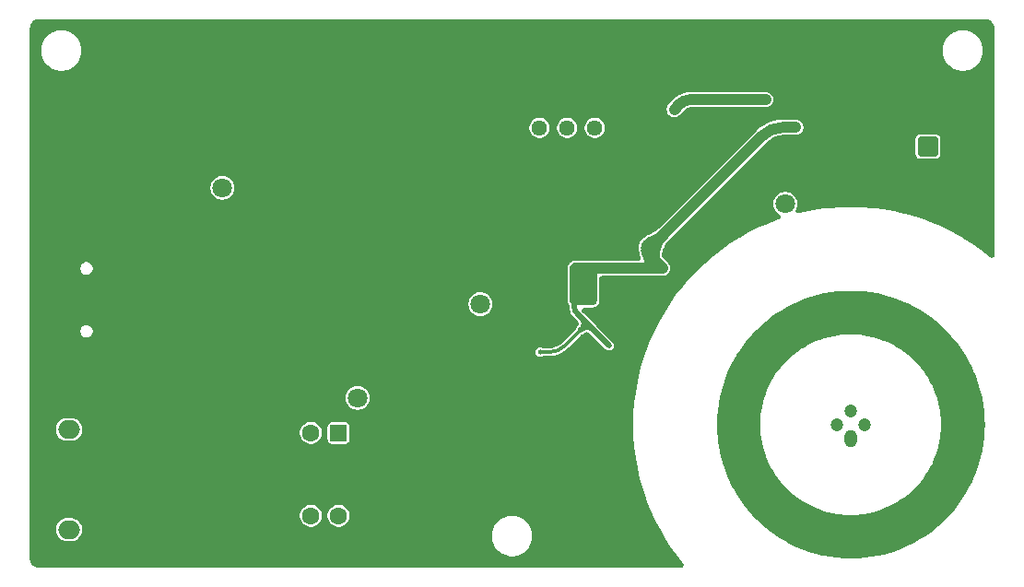
<source format=gbr>
%TF.GenerationSoftware,KiCad,Pcbnew,9.0.2*%
%TF.CreationDate,2025-08-30T11:24:13+06:00*%
%TF.ProjectId,lm399,6c6d3339-392e-46b6-9963-61645f706362,rev?*%
%TF.SameCoordinates,Original*%
%TF.FileFunction,Copper,L2,Bot*%
%TF.FilePolarity,Positive*%
%FSLAX46Y46*%
G04 Gerber Fmt 4.6, Leading zero omitted, Abs format (unit mm)*
G04 Created by KiCad (PCBNEW 9.0.2) date 2025-08-30 11:24:13*
%MOMM*%
%LPD*%
G01*
G04 APERTURE LIST*
G04 Aperture macros list*
%AMRoundRect*
0 Rectangle with rounded corners*
0 $1 Rounding radius*
0 $2 $3 $4 $5 $6 $7 $8 $9 X,Y pos of 4 corners*
0 Add a 4 corners polygon primitive as box body*
4,1,4,$2,$3,$4,$5,$6,$7,$8,$9,$2,$3,0*
0 Add four circle primitives for the rounded corners*
1,1,$1+$1,$2,$3*
1,1,$1+$1,$4,$5*
1,1,$1+$1,$6,$7*
1,1,$1+$1,$8,$9*
0 Add four rect primitives between the rounded corners*
20,1,$1+$1,$2,$3,$4,$5,0*
20,1,$1+$1,$4,$5,$6,$7,0*
20,1,$1+$1,$6,$7,$8,$9,0*
20,1,$1+$1,$8,$9,$2,$3,0*%
G04 Aperture macros list end*
%TA.AperFunction,HeatsinkPad*%
%ADD10C,0.500000*%
%TD*%
%TA.AperFunction,HeatsinkPad*%
%ADD11R,1.600000X1.600000*%
%TD*%
%TA.AperFunction,ComponentPad*%
%ADD12C,1.800000*%
%TD*%
%TA.AperFunction,ComponentPad*%
%ADD13O,1.200000X1.600000*%
%TD*%
%TA.AperFunction,ComponentPad*%
%ADD14C,1.200000*%
%TD*%
%TA.AperFunction,HeatsinkPad*%
%ADD15R,1.600000X1.800000*%
%TD*%
%TA.AperFunction,SMDPad,CuDef*%
%ADD16RoundRect,0.250000X1.600000X-0.425000X1.600000X0.425000X-1.600000X0.425000X-1.600000X-0.425000X0*%
%TD*%
%TA.AperFunction,HeatsinkPad*%
%ADD17O,2.100000X1.000000*%
%TD*%
%TA.AperFunction,HeatsinkPad*%
%ADD18O,1.600000X1.000000*%
%TD*%
%TA.AperFunction,ComponentPad*%
%ADD19RoundRect,0.250000X0.675000X-0.675000X0.675000X0.675000X-0.675000X0.675000X-0.675000X-0.675000X0*%
%TD*%
%TA.AperFunction,ComponentPad*%
%ADD20C,1.850000*%
%TD*%
%TA.AperFunction,ComponentPad*%
%ADD21RoundRect,0.250000X-0.550000X0.550000X-0.550000X-0.550000X0.550000X-0.550000X0.550000X0.550000X0*%
%TD*%
%TA.AperFunction,ComponentPad*%
%ADD22C,1.600000*%
%TD*%
%TA.AperFunction,ComponentPad*%
%ADD23C,1.440000*%
%TD*%
%TA.AperFunction,ComponentPad*%
%ADD24RoundRect,0.250000X-0.750000X0.600000X-0.750000X-0.600000X0.750000X-0.600000X0.750000X0.600000X0*%
%TD*%
%TA.AperFunction,ComponentPad*%
%ADD25O,2.000000X1.700000*%
%TD*%
%TA.AperFunction,ViaPad*%
%ADD26C,0.600000*%
%TD*%
%TA.AperFunction,ViaPad*%
%ADD27C,0.450000*%
%TD*%
%TA.AperFunction,Conductor*%
%ADD28C,1.000000*%
%TD*%
%TA.AperFunction,Conductor*%
%ADD29C,0.300000*%
%TD*%
%TA.AperFunction,Conductor*%
%ADD30C,0.500000*%
%TD*%
G04 APERTURE END LIST*
D10*
%TO.P,U3,17,VSS*%
%TO.N,GND*%
X58962500Y-76100000D03*
X59962500Y-76100000D03*
D11*
X59462500Y-75600000D03*
D10*
X58962500Y-75100000D03*
X59962500Y-75100000D03*
%TD*%
D12*
%TO.P,TP5,1,1*%
%TO.N,Net-(U5-+)*%
X108800707Y-55950000D03*
%TD*%
%TO.P,TP2,1,1*%
%TO.N,Net-(D3-K)*%
X57100000Y-54450000D03*
%TD*%
D13*
%TO.P,U4,1*%
%TO.N,Net-(U5-+)*%
X114800000Y-77490000D03*
D14*
%TO.P,U4,2*%
%TO.N,GND*%
X116070000Y-76220000D03*
%TO.P,U4,3*%
%TO.N,+15V*%
X114800000Y-74950000D03*
%TO.P,U4,4*%
%TO.N,GND*%
X113530000Y-76220000D03*
%TD*%
D10*
%TO.P,U2,11,GND*%
%TO.N,GND*%
X87080000Y-65920000D03*
X87080000Y-67120000D03*
D15*
X87580000Y-66520000D03*
D10*
X88080000Y-65920000D03*
X88080000Y-67120000D03*
%TD*%
D16*
%TO.P,J3,2,Ext*%
%TO.N,GND*%
X125850000Y-50525000D03*
X125850000Y-56175000D03*
%TD*%
D17*
%TO.P,J1,S1,SHIELD*%
%TO.N,GND*%
X45105000Y-60430000D03*
D18*
X40925000Y-60430000D03*
D17*
X45105000Y-69070000D03*
D18*
X40925000Y-69070000D03*
%TD*%
D12*
%TO.P,TP4,1,1*%
%TO.N,+15V*%
X96400000Y-59950000D03*
%TD*%
D19*
%TO.P,J4,1,Pin_1*%
%TO.N,+10V*%
X121900000Y-50650000D03*
D20*
%TO.P,J4,2,Pin_2*%
%TO.N,GND*%
X121900000Y-46450000D03*
%TD*%
D12*
%TO.P,TP1,1,1*%
%TO.N,VDD*%
X69500000Y-73750000D03*
%TD*%
D21*
%TO.P,SW1,1*%
%TO.N,VDD*%
X67757500Y-76982500D03*
D22*
%TO.P,SW1,2*%
X65217500Y-76982500D03*
%TO.P,SW1,3*%
%TO.N,Net-(U3-EN2)*%
X65217500Y-84602500D03*
%TO.P,SW1,4*%
%TO.N,Net-(U3-EN1)*%
X67757500Y-84602500D03*
%TD*%
D23*
%TO.P,RV1,1,1*%
%TO.N,Net-(JP3-A)*%
X86220000Y-48950000D03*
%TO.P,RV1,2,2*%
X88760000Y-48950000D03*
%TO.P,RV1,3,3*%
%TO.N,Net-(JP4-B)*%
X91300000Y-48950000D03*
%TD*%
D24*
%TO.P,J2,1,Pin_1*%
%TO.N,GND*%
X43000000Y-74150000D03*
D25*
%TO.P,J2,2,Pin_2*%
%TO.N,Net-(D2-A)*%
X43000000Y-76650000D03*
%TD*%
D24*
%TO.P,J5,1,Pin_1*%
%TO.N,GND*%
X43000000Y-83350000D03*
D25*
%TO.P,J5,2,Pin_2*%
%TO.N,+BATT*%
X43000000Y-85850000D03*
%TD*%
D12*
%TO.P,TP3,1,1*%
%TO.N,+16V*%
X80800000Y-65150000D03*
%TD*%
D26*
%TO.N,GND*%
X61350000Y-58800000D03*
D27*
X100050000Y-58400000D03*
D26*
X51466637Y-83616637D03*
X88150000Y-71950000D03*
X57700000Y-69850000D03*
D27*
X89800000Y-53550000D03*
D26*
X55450000Y-70900000D03*
D27*
X117200000Y-48950000D03*
D26*
X61800000Y-74850000D03*
X108300000Y-47650000D03*
X83200000Y-62050000D03*
D27*
X96700000Y-63950000D03*
D26*
X60300000Y-60850000D03*
D27*
X86200000Y-55650000D03*
X113595000Y-54655000D03*
X97900000Y-63950000D03*
D26*
X108300000Y-50150000D03*
D27*
X89800000Y-55500000D03*
D26*
X61350000Y-80500000D03*
X125850000Y-57400000D03*
D27*
X112225000Y-55425000D03*
X60400000Y-77750000D03*
X112800000Y-46150000D03*
D26*
X55025000Y-76025000D03*
D27*
X97550000Y-55900000D03*
D26*
X50266726Y-82550000D03*
X50525000Y-66050000D03*
X46800000Y-67950000D03*
X57300000Y-81150000D03*
X46800000Y-61550000D03*
X55850000Y-66800000D03*
X59925000Y-56325000D03*
X84600000Y-74200000D03*
X125850000Y-49450000D03*
D27*
X89900000Y-57450000D03*
D26*
X81100000Y-74450000D03*
X59925000Y-53775000D03*
X50525000Y-63950000D03*
D27*
X86600000Y-63750000D03*
%TO.N,+15V*%
X89400000Y-62750000D03*
X92600000Y-68950000D03*
X86250000Y-69550000D03*
X89400000Y-63750000D03*
X96400000Y-61850000D03*
X97500000Y-61850000D03*
X109750000Y-48900000D03*
X89400000Y-64850000D03*
X90200000Y-64850000D03*
%TO.N,Net-(U5--)*%
X98600000Y-47250000D03*
X107000000Y-46350000D03*
%TD*%
D28*
%TO.N,+15V*%
X97500000Y-61850000D02*
X96682842Y-61032842D01*
D29*
X86250000Y-69550000D02*
X87100000Y-69550000D01*
D30*
X89400000Y-64850000D02*
X89400000Y-65300000D01*
D29*
X89987500Y-67512500D02*
X88551040Y-68948959D01*
D28*
X96400000Y-60350000D02*
X96400000Y-61850000D01*
X108600000Y-48900000D02*
X109750000Y-48900000D01*
D30*
X92600000Y-68950000D02*
X91162500Y-67512500D01*
X89987500Y-66337500D02*
X89718198Y-66068198D01*
X89987500Y-66337500D02*
X91162500Y-67512500D01*
D28*
X96682842Y-59667157D02*
X106636827Y-49713172D01*
D29*
X89987500Y-66337500D02*
G75*
G02*
X89987500Y-67512500I-587500J-587500D01*
G01*
D28*
X106636827Y-49713172D02*
G75*
G02*
X108600000Y-48899986I1963173J-1963128D01*
G01*
X96400000Y-60350000D02*
G75*
G02*
X96682839Y-59667154I965700J0D01*
G01*
D29*
X88551040Y-68948959D02*
G75*
G02*
X87100000Y-69549994I-1451040J1451059D01*
G01*
D30*
X89400000Y-65300000D02*
G75*
G03*
X89718197Y-66068199I1086400J0D01*
G01*
X91162500Y-67512500D02*
G75*
G03*
X89987500Y-67512500I-587500J-587498D01*
G01*
D28*
X96400000Y-60350000D02*
G75*
G03*
X96682839Y-61032845I965700J0D01*
G01*
X96400000Y-60350000D02*
X96400000Y-60350000D01*
X96400000Y-60350000D02*
G75*
G02*
X96682839Y-59667154I965700J0D01*
G01*
%TO.N,Net-(U5--)*%
X99050000Y-46800000D02*
X98600000Y-47250000D01*
X100136396Y-46350000D02*
X107000000Y-46350000D01*
X100136396Y-46350000D02*
G75*
G03*
X99050001Y-46800001I4J-1536400D01*
G01*
%TD*%
%TA.AperFunction,NonConductor*%
G36*
X115433258Y-63930905D02*
G01*
X115445531Y-63931514D01*
X116039099Y-63975674D01*
X116051251Y-63976880D01*
X116639750Y-64049979D01*
X116651845Y-64051785D01*
X117234298Y-64153413D01*
X117246235Y-64155798D01*
X117821680Y-64285552D01*
X117833490Y-64288520D01*
X118400913Y-64445982D01*
X118412502Y-64449504D01*
X118970980Y-64634285D01*
X118982387Y-64638371D01*
X119530862Y-64850041D01*
X119542035Y-64854669D01*
X120079523Y-65092819D01*
X120090469Y-65097991D01*
X120616058Y-65362246D01*
X120626729Y-65367943D01*
X120689846Y-65403639D01*
X121139299Y-65657828D01*
X121149751Y-65664081D01*
X121648384Y-65979221D01*
X121658539Y-65985993D01*
X122142239Y-66325972D01*
X122152078Y-66333255D01*
X122619889Y-66697688D01*
X122629386Y-66705471D01*
X123080273Y-67093910D01*
X123089399Y-67102173D01*
X123522446Y-67514273D01*
X123531171Y-67522998D01*
X123943255Y-67956029D01*
X123951525Y-67965161D01*
X124050348Y-68079871D01*
X124315500Y-68387650D01*
X124339982Y-68416067D01*
X124347765Y-68425565D01*
X124712192Y-68893370D01*
X124719474Y-68903208D01*
X125059448Y-69386899D01*
X125066221Y-69397056D01*
X125381363Y-69895694D01*
X125387616Y-69906144D01*
X125640433Y-70353170D01*
X125677496Y-70418703D01*
X125683206Y-70429401D01*
X125947446Y-70954958D01*
X125952626Y-70965921D01*
X126190766Y-71503386D01*
X126195413Y-71514604D01*
X126407076Y-72063060D01*
X126411171Y-72074495D01*
X126595927Y-72632895D01*
X126599464Y-72644528D01*
X126756928Y-73211955D01*
X126759897Y-73223768D01*
X126889645Y-73799190D01*
X126892037Y-73811160D01*
X126993662Y-74393587D01*
X126995469Y-74405693D01*
X127068565Y-74994155D01*
X127069778Y-75006374D01*
X127113936Y-75599891D01*
X127114546Y-75612197D01*
X127129356Y-76209792D01*
X127129356Y-76222131D01*
X127114544Y-76819731D01*
X127113934Y-76832036D01*
X127069776Y-77425556D01*
X127068563Y-77437775D01*
X126995466Y-78026240D01*
X126993659Y-78038346D01*
X126892034Y-78620770D01*
X126889642Y-78632741D01*
X126759890Y-79208175D01*
X126756921Y-79219987D01*
X126599458Y-79787410D01*
X126595921Y-79799043D01*
X126411164Y-80357443D01*
X126407069Y-80368878D01*
X126195405Y-80917335D01*
X126190758Y-80928553D01*
X125952617Y-81466018D01*
X125947427Y-81477000D01*
X125683216Y-82002500D01*
X125677491Y-82013227D01*
X125387601Y-82525804D01*
X125381348Y-82536255D01*
X125066210Y-83034883D01*
X125059437Y-83045039D01*
X124719453Y-83528744D01*
X124712170Y-83538582D01*
X124347762Y-84006360D01*
X124339980Y-84015858D01*
X123951511Y-84466777D01*
X123943241Y-84475909D01*
X123531155Y-84908940D01*
X123522430Y-84917665D01*
X123089389Y-85329758D01*
X123080256Y-85338028D01*
X122629368Y-85726467D01*
X122619870Y-85734250D01*
X122152058Y-86098682D01*
X122142221Y-86105964D01*
X121658522Y-86445943D01*
X121648365Y-86452716D01*
X121149731Y-86767855D01*
X121139280Y-86774108D01*
X120626728Y-87063982D01*
X120616001Y-87069708D01*
X120090485Y-87333926D01*
X120079503Y-87339116D01*
X119542019Y-87577262D01*
X119530802Y-87581908D01*
X118982381Y-87793557D01*
X118970945Y-87797653D01*
X118412509Y-87982420D01*
X118400876Y-87985956D01*
X117833472Y-88143412D01*
X117821660Y-88146381D01*
X117246228Y-88276131D01*
X117234257Y-88278523D01*
X116651835Y-88380145D01*
X116639729Y-88381952D01*
X116051268Y-88455047D01*
X116039049Y-88456260D01*
X115445531Y-88500416D01*
X115433225Y-88501026D01*
X114835684Y-88515833D01*
X114823212Y-88515829D01*
X114202837Y-88500117D01*
X114190252Y-88499480D01*
X113578164Y-88452913D01*
X113565656Y-88451643D01*
X112962551Y-88374984D01*
X112950168Y-88373091D01*
X112863062Y-88357532D01*
X112356812Y-88267106D01*
X112344591Y-88264606D01*
X111761642Y-88130041D01*
X111749620Y-88126948D01*
X111177875Y-87964570D01*
X111166087Y-87960904D01*
X110606266Y-87771462D01*
X110594739Y-87767242D01*
X110047598Y-87551491D01*
X110036358Y-87546738D01*
X109502610Y-87305417D01*
X109491677Y-87300149D01*
X108972116Y-87034027D01*
X108961507Y-87028264D01*
X108456902Y-86738103D01*
X108446635Y-86731865D01*
X108000665Y-86445943D01*
X107957688Y-86418389D01*
X107947785Y-86411699D01*
X107475297Y-86075688D01*
X107465746Y-86068545D01*
X107010479Y-85710758D01*
X107001303Y-85703185D01*
X106564016Y-85324380D01*
X106555225Y-85316390D01*
X106136672Y-84917320D01*
X106128276Y-84908924D01*
X105987869Y-84761650D01*
X105729197Y-84490328D01*
X105721239Y-84481570D01*
X105342447Y-84044261D01*
X105334874Y-84035085D01*
X104977095Y-83579789D01*
X104969953Y-83570238D01*
X104805902Y-83339535D01*
X104633955Y-83097727D01*
X104627266Y-83087824D01*
X104313813Y-82598866D01*
X104307600Y-82588640D01*
X104017439Y-82083984D01*
X104011678Y-82073376D01*
X103745573Y-81553796D01*
X103740305Y-81542862D01*
X103710530Y-81477000D01*
X103499015Y-81009125D01*
X103494264Y-80997889D01*
X103462504Y-80917335D01*
X103278524Y-80450707D01*
X103274327Y-80439241D01*
X103084891Y-79879362D01*
X103081226Y-79867574D01*
X103053259Y-79769083D01*
X102918869Y-79295814D01*
X102915780Y-79283801D01*
X102901052Y-79219987D01*
X102781243Y-78700863D01*
X102778743Y-78688641D01*
X102672781Y-78095265D01*
X102670889Y-78082879D01*
X102639981Y-77839637D01*
X102594251Y-77479744D01*
X102592987Y-77467285D01*
X102546442Y-76855168D01*
X102545808Y-76842625D01*
X102530124Y-76222298D01*
X102530124Y-76220387D01*
X106501293Y-76220387D01*
X106501293Y-76220388D01*
X106511290Y-76627639D01*
X106511292Y-76627668D01*
X106541256Y-77033898D01*
X106541259Y-77033924D01*
X106591127Y-77438248D01*
X106591130Y-77438269D01*
X106660771Y-77839615D01*
X106660773Y-77839624D01*
X106750033Y-78237118D01*
X106750036Y-78237131D01*
X106857871Y-78626796D01*
X106858689Y-78629750D01*
X106986478Y-79016573D01*
X107045421Y-79169378D01*
X107133095Y-79396666D01*
X107298176Y-79769083D01*
X107298181Y-79769094D01*
X107298182Y-79769095D01*
X107481347Y-80132980D01*
X107682146Y-80487440D01*
X107900096Y-80831620D01*
X108134671Y-81164692D01*
X108385307Y-81485852D01*
X108651399Y-81794327D01*
X108932307Y-82089374D01*
X109227354Y-82370282D01*
X109535829Y-82636374D01*
X109856989Y-82887010D01*
X110190061Y-83121585D01*
X110534241Y-83339535D01*
X110888701Y-83540334D01*
X111252586Y-83723499D01*
X111252594Y-83723502D01*
X111252597Y-83723504D01*
X111625014Y-83888585D01*
X111625021Y-83888588D01*
X112005108Y-84035203D01*
X112391931Y-84162992D01*
X112784558Y-84271647D01*
X113182044Y-84360905D01*
X113182056Y-84360907D01*
X113182065Y-84360909D01*
X113583411Y-84430550D01*
X113583426Y-84430552D01*
X113583431Y-84430553D01*
X113987751Y-84480421D01*
X113987764Y-84480422D01*
X113987782Y-84480424D01*
X114221838Y-84497688D01*
X114394032Y-84510390D01*
X114801293Y-84520388D01*
X115208554Y-84510390D01*
X115404950Y-84495902D01*
X115614803Y-84480424D01*
X115614818Y-84480422D01*
X115614835Y-84480421D01*
X116019155Y-84430553D01*
X116019164Y-84430551D01*
X116019174Y-84430550D01*
X116420520Y-84360909D01*
X116420523Y-84360908D01*
X116420542Y-84360905D01*
X116818028Y-84271647D01*
X117210655Y-84162992D01*
X117597478Y-84035203D01*
X117977565Y-83888588D01*
X118350000Y-83723499D01*
X118713885Y-83540334D01*
X119068345Y-83339535D01*
X119412525Y-83121585D01*
X119745597Y-82887010D01*
X120066757Y-82636374D01*
X120375232Y-82370282D01*
X120670279Y-82089374D01*
X120951187Y-81794327D01*
X121217279Y-81485852D01*
X121467915Y-81164692D01*
X121702490Y-80831620D01*
X121920440Y-80487440D01*
X122121239Y-80132980D01*
X122304404Y-79769095D01*
X122469493Y-79396660D01*
X122616108Y-79016573D01*
X122743897Y-78629750D01*
X122852552Y-78237123D01*
X122941810Y-77839637D01*
X123011458Y-77438250D01*
X123061326Y-77033930D01*
X123061327Y-77033913D01*
X123061329Y-77033898D01*
X123077126Y-76819731D01*
X123091295Y-76627649D01*
X123101293Y-76220388D01*
X123091295Y-75813127D01*
X123074322Y-75583027D01*
X123061329Y-75406877D01*
X123061326Y-75406851D01*
X123061326Y-75406846D01*
X123011458Y-75002526D01*
X123011064Y-75000256D01*
X122941814Y-74601160D01*
X122941812Y-74601151D01*
X122941810Y-74601139D01*
X122852552Y-74203653D01*
X122743897Y-73811026D01*
X122616108Y-73424203D01*
X122469493Y-73044116D01*
X122304404Y-72671681D01*
X122121239Y-72307796D01*
X121920440Y-71953336D01*
X121702490Y-71609156D01*
X121467915Y-71276084D01*
X121217279Y-70954924D01*
X120951187Y-70646449D01*
X120670279Y-70351402D01*
X120375232Y-70070494D01*
X120066757Y-69804402D01*
X119745597Y-69553766D01*
X119412525Y-69319191D01*
X119068345Y-69101241D01*
X118713885Y-68900442D01*
X118350000Y-68717277D01*
X118349999Y-68717276D01*
X118349988Y-68717271D01*
X117977571Y-68552190D01*
X117867509Y-68509735D01*
X117597478Y-68405573D01*
X117210655Y-68277784D01*
X117210649Y-68277782D01*
X117210642Y-68277780D01*
X116818036Y-68169131D01*
X116818031Y-68169129D01*
X116818028Y-68169129D01*
X116420542Y-68079871D01*
X116420543Y-68079871D01*
X116420529Y-68079868D01*
X116420520Y-68079866D01*
X116019174Y-68010225D01*
X116019153Y-68010222D01*
X115614829Y-67960354D01*
X115614803Y-67960351D01*
X115208573Y-67930387D01*
X115208544Y-67930385D01*
X114801293Y-67920388D01*
X114394041Y-67930385D01*
X114394012Y-67930387D01*
X113987782Y-67960351D01*
X113987756Y-67960354D01*
X113583432Y-68010222D01*
X113583411Y-68010225D01*
X113182065Y-68079866D01*
X113182056Y-68079868D01*
X112784562Y-68169128D01*
X112784549Y-68169131D01*
X112391943Y-68277780D01*
X112391931Y-68277784D01*
X112005108Y-68405573D01*
X111870092Y-68457654D01*
X111625014Y-68552190D01*
X111252597Y-68717271D01*
X110888700Y-68900442D01*
X110534236Y-69101244D01*
X110190065Y-69319188D01*
X109856992Y-69553763D01*
X109856966Y-69553783D01*
X109535829Y-69804401D01*
X109227374Y-70070476D01*
X109227355Y-70070493D01*
X108932307Y-70351402D01*
X108651398Y-70646450D01*
X108651381Y-70646469D01*
X108385306Y-70954924D01*
X108134688Y-71276061D01*
X108134668Y-71276087D01*
X107900093Y-71609160D01*
X107682149Y-71953331D01*
X107481347Y-72307795D01*
X107298176Y-72671692D01*
X107133095Y-73044109D01*
X106986478Y-73424204D01*
X106858685Y-73811038D01*
X106750036Y-74203644D01*
X106750033Y-74203657D01*
X106660773Y-74601151D01*
X106660771Y-74601160D01*
X106591130Y-75002506D01*
X106591127Y-75002527D01*
X106541259Y-75406851D01*
X106541256Y-75406877D01*
X106511292Y-75813107D01*
X106511290Y-75813136D01*
X106501293Y-76220387D01*
X102530124Y-76220387D01*
X102530124Y-76209669D01*
X102540150Y-75813127D01*
X102545809Y-75589306D01*
X102546443Y-75576771D01*
X102592989Y-74964646D01*
X102594253Y-74952187D01*
X102670892Y-74349048D01*
X102672784Y-74336664D01*
X102696536Y-74203657D01*
X102778748Y-73743276D01*
X102781247Y-73731062D01*
X102915789Y-73148104D01*
X102918871Y-73136119D01*
X103081235Y-72564336D01*
X103084897Y-72552559D01*
X103171815Y-72295672D01*
X103274333Y-71992679D01*
X103278530Y-71981213D01*
X103494279Y-71434011D01*
X103499017Y-71422807D01*
X103740322Y-70889037D01*
X103745572Y-70878138D01*
X104011690Y-70358530D01*
X104017448Y-70347931D01*
X104307610Y-69843272D01*
X104313822Y-69833047D01*
X104627298Y-69344057D01*
X104633953Y-69334205D01*
X104969978Y-68861655D01*
X104977093Y-68852141D01*
X105334899Y-68396810D01*
X105342446Y-68387665D01*
X105721271Y-67950320D01*
X105729192Y-67941603D01*
X106128316Y-67522959D01*
X106136659Y-67514616D01*
X106555259Y-67115503D01*
X106564020Y-67107541D01*
X106575107Y-67097937D01*
X107001346Y-66728703D01*
X107010462Y-66721179D01*
X107465788Y-66363347D01*
X107475296Y-66356237D01*
X107947818Y-66020202D01*
X107957695Y-66013529D01*
X108446663Y-65700041D01*
X108456893Y-65693824D01*
X108961574Y-65403623D01*
X108972142Y-65397883D01*
X109491708Y-65131760D01*
X109502627Y-65126498D01*
X110036405Y-64885165D01*
X110047596Y-64880433D01*
X110594771Y-64664670D01*
X110606250Y-64660466D01*
X111166150Y-64470999D01*
X111177902Y-64467345D01*
X111749660Y-64304964D01*
X111761646Y-64301880D01*
X112344637Y-64167307D01*
X112356795Y-64164819D01*
X112950253Y-64058818D01*
X112962557Y-64056939D01*
X113565699Y-63980275D01*
X113578188Y-63979007D01*
X114190293Y-63932440D01*
X114202866Y-63931804D01*
X114823100Y-63916097D01*
X114835529Y-63916094D01*
X115433258Y-63930905D01*
G37*
%TD.AperFunction*%
%TA.AperFunction,Conductor*%
%TO.N,+15V*%
G36*
X97494443Y-61354836D02*
G01*
X97510601Y-61355906D01*
X97615140Y-61369732D01*
X97646387Y-61378123D01*
X97736215Y-61415382D01*
X97764229Y-61431572D01*
X97841362Y-61490803D01*
X97864234Y-61513689D01*
X97923416Y-61590858D01*
X97939588Y-61618881D01*
X97976790Y-61708732D01*
X97985162Y-61739987D01*
X97997852Y-61836402D01*
X97997852Y-61868765D01*
X97985167Y-61965138D01*
X97976788Y-61996408D01*
X97939592Y-62086209D01*
X97923409Y-62114241D01*
X97864239Y-62191357D01*
X97841348Y-62214248D01*
X97764237Y-62273418D01*
X97736204Y-62289604D01*
X97646398Y-62326804D01*
X97615130Y-62335182D01*
X97550640Y-62343672D01*
X97510636Y-62348939D01*
X97494452Y-62350000D01*
X91500000Y-62350000D01*
X91500000Y-64790242D01*
X91498473Y-64809641D01*
X91481047Y-64919659D01*
X91469059Y-64956554D01*
X91422973Y-65047004D01*
X91400169Y-65078391D01*
X91328391Y-65150169D01*
X91297004Y-65172973D01*
X91206554Y-65219059D01*
X91169659Y-65231047D01*
X91085405Y-65244392D01*
X91059639Y-65248473D01*
X91040243Y-65250000D01*
X90600000Y-65250000D01*
X89508126Y-65250000D01*
X89491941Y-65248939D01*
X89478917Y-65247224D01*
X89386775Y-65235093D01*
X89355508Y-65226715D01*
X89265081Y-65189259D01*
X89237048Y-65173074D01*
X89159398Y-65113491D01*
X89136508Y-65090601D01*
X89116482Y-65064503D01*
X89076925Y-65012951D01*
X89060740Y-64984918D01*
X89023284Y-64894491D01*
X89014906Y-64863223D01*
X89001061Y-64758059D01*
X89000000Y-64741874D01*
X89000000Y-61857740D01*
X89001062Y-61841549D01*
X89014918Y-61736343D01*
X89023301Y-61705066D01*
X89060790Y-61614603D01*
X89076987Y-61586565D01*
X89136617Y-61508897D01*
X89159520Y-61486007D01*
X89237230Y-61426425D01*
X89265280Y-61410248D01*
X89282934Y-61402945D01*
X89355765Y-61372820D01*
X89387041Y-61364457D01*
X89492270Y-61350667D01*
X89508454Y-61349617D01*
X97494443Y-61354836D01*
G37*
%TD.AperFunction*%
%TD*%
%TA.AperFunction,Conductor*%
%TO.N,GND*%
G36*
X127212173Y-38951698D02*
G01*
X127331569Y-38963458D01*
X127379443Y-38972981D01*
X127482487Y-39004239D01*
X127527579Y-39022916D01*
X127622556Y-39073683D01*
X127663133Y-39100796D01*
X127704755Y-39134954D01*
X127746374Y-39169110D01*
X127780889Y-39203625D01*
X127849201Y-39286863D01*
X127876318Y-39327445D01*
X127925578Y-39419604D01*
X127927081Y-39422416D01*
X127945760Y-39467512D01*
X127977018Y-39570556D01*
X127986541Y-39618429D01*
X127998301Y-39737824D01*
X127999500Y-39762232D01*
X127999500Y-39789881D01*
X127999713Y-60627995D01*
X127980760Y-60723284D01*
X127926784Y-60804066D01*
X127846004Y-60858043D01*
X127750716Y-60876998D01*
X127655427Y-60858045D01*
X127588196Y-60816649D01*
X127504671Y-60744694D01*
X126728277Y-60139893D01*
X126728274Y-60139891D01*
X125925506Y-59575672D01*
X125925495Y-59575665D01*
X125925474Y-59575650D01*
X125301826Y-59181518D01*
X125097908Y-59052646D01*
X124427270Y-58673385D01*
X124247216Y-58571560D01*
X123375040Y-58133073D01*
X122835872Y-57894194D01*
X122483016Y-57737861D01*
X121572803Y-57386612D01*
X120811045Y-57134594D01*
X120645998Y-57079990D01*
X120645992Y-57079988D01*
X120645988Y-57079987D01*
X120249144Y-56969873D01*
X119704277Y-56818686D01*
X118749269Y-56603374D01*
X118749259Y-56603372D01*
X118749249Y-56603370D01*
X117782629Y-56434738D01*
X117782630Y-56434738D01*
X117782612Y-56434735D01*
X117782597Y-56434733D01*
X117782583Y-56434731D01*
X117180869Y-56360007D01*
X116805947Y-56313447D01*
X116805940Y-56313446D01*
X116805908Y-56313443D01*
X115820929Y-56240190D01*
X115820906Y-56240189D01*
X114829315Y-56215646D01*
X114829313Y-56215646D01*
X114829312Y-56215646D01*
X114531836Y-56223021D01*
X113837721Y-56240231D01*
X113837695Y-56240233D01*
X112852752Y-56313525D01*
X112852718Y-56313528D01*
X112378432Y-56372447D01*
X111876067Y-56434854D01*
X111876061Y-56434854D01*
X111876061Y-56434855D01*
X111876013Y-56434862D01*
X110909457Y-56603524D01*
X110909448Y-56603525D01*
X110063657Y-56794247D01*
X109966533Y-56796718D01*
X109875857Y-56761833D01*
X109805433Y-56694904D01*
X109765983Y-56606119D01*
X109763512Y-56508995D01*
X109787024Y-56438302D01*
X109788777Y-56434862D01*
X109820580Y-56372445D01*
X109874109Y-56207701D01*
X109901207Y-56036611D01*
X109901207Y-55863389D01*
X109874109Y-55692299D01*
X109820580Y-55527555D01*
X109741939Y-55373212D01*
X109741937Y-55373209D01*
X109741936Y-55373207D01*
X109640125Y-55233077D01*
X109640123Y-55233075D01*
X109640121Y-55233072D01*
X109517635Y-55110586D01*
X109517631Y-55110583D01*
X109517629Y-55110581D01*
X109377499Y-55008770D01*
X109223150Y-54930126D01*
X109223144Y-54930124D01*
X109128902Y-54899503D01*
X109058408Y-54876598D01*
X109058406Y-54876597D01*
X109058404Y-54876597D01*
X108887328Y-54849501D01*
X108887321Y-54849500D01*
X108887318Y-54849500D01*
X108714096Y-54849500D01*
X108714093Y-54849500D01*
X108714085Y-54849501D01*
X108543009Y-54876597D01*
X108378269Y-54930124D01*
X108378263Y-54930126D01*
X108223914Y-55008770D01*
X108083784Y-55110581D01*
X107961288Y-55233077D01*
X107859477Y-55373207D01*
X107780833Y-55527556D01*
X107780831Y-55527562D01*
X107727304Y-55692302D01*
X107700208Y-55863378D01*
X107700207Y-55863393D01*
X107700207Y-56036606D01*
X107700208Y-56036621D01*
X107727304Y-56207697D01*
X107727305Y-56207701D01*
X107750210Y-56278195D01*
X107780831Y-56372437D01*
X107780833Y-56372443D01*
X107859477Y-56526792D01*
X107961288Y-56666922D01*
X107961290Y-56666924D01*
X107961293Y-56666928D01*
X108083779Y-56789414D01*
X108083782Y-56789416D01*
X108083784Y-56789418D01*
X108195402Y-56870513D01*
X108223919Y-56891232D01*
X108227785Y-56893201D01*
X108230058Y-56894993D01*
X108232252Y-56896338D01*
X108232092Y-56896597D01*
X108304083Y-56953347D01*
X108351557Y-57038113D01*
X108362979Y-57134594D01*
X108336609Y-57228102D01*
X108276463Y-57304401D01*
X108192966Y-57351459D01*
X108086024Y-57386844D01*
X108085986Y-57386857D01*
X107175788Y-57738138D01*
X106283794Y-58133373D01*
X106283784Y-58133378D01*
X105411677Y-58571868D01*
X105411662Y-58571876D01*
X105411651Y-58571882D01*
X104617050Y-59021283D01*
X104560991Y-59052988D01*
X104560965Y-59053003D01*
X103733487Y-59575990D01*
X103733444Y-59576018D01*
X102930679Y-60140274D01*
X102154312Y-60745092D01*
X101405990Y-61389789D01*
X100687367Y-62073670D01*
X100687331Y-62073706D01*
X100003470Y-62792345D01*
X100003468Y-62792347D01*
X99358790Y-63540685D01*
X98753996Y-64317062D01*
X98753988Y-64317073D01*
X98189762Y-65119838D01*
X98189740Y-65119871D01*
X97666745Y-65947409D01*
X97185657Y-66798088D01*
X96747174Y-67670238D01*
X96351963Y-68562239D01*
X96000711Y-69472432D01*
X96000700Y-69472461D01*
X95694085Y-70399210D01*
X95694081Y-70399224D01*
X95432763Y-71340951D01*
X95217454Y-72295895D01*
X95048803Y-73262542D01*
X95048797Y-73262583D01*
X94927502Y-74239187D01*
X94927501Y-74239203D01*
X94854230Y-75224221D01*
X94831241Y-76152402D01*
X94829666Y-76215975D01*
X94829666Y-76215980D01*
X94855688Y-77245104D01*
X94855690Y-77245145D01*
X94932919Y-78260782D01*
X95060105Y-79261686D01*
X95060106Y-79261693D01*
X95235978Y-80246520D01*
X95235983Y-80246545D01*
X95459297Y-81214120D01*
X95459299Y-81214128D01*
X95459303Y-81214143D01*
X95728804Y-82163196D01*
X95998229Y-82959459D01*
X96043228Y-83092448D01*
X96043238Y-83092477D01*
X96387153Y-83964721D01*
X96401327Y-84000670D01*
X96459159Y-84128591D01*
X96801839Y-84886586D01*
X97184537Y-85633796D01*
X97242278Y-85746535D01*
X97243495Y-85748910D01*
X97243505Y-85748930D01*
X97725066Y-86586450D01*
X97725068Y-86586452D01*
X98245252Y-87397867D01*
X98245276Y-87397903D01*
X98802861Y-88182008D01*
X98802866Y-88182015D01*
X99092043Y-88550000D01*
X99332473Y-88855955D01*
X99396587Y-88937541D01*
X99398480Y-88939835D01*
X99398070Y-88940173D01*
X99444598Y-89021935D01*
X99456677Y-89118336D01*
X99430947Y-89212022D01*
X99371322Y-89288729D01*
X99286882Y-89336781D01*
X99208317Y-89349500D01*
X40212232Y-89349500D01*
X40187828Y-89348301D01*
X40154309Y-89344999D01*
X40068429Y-89336541D01*
X40020556Y-89327018D01*
X39917512Y-89295760D01*
X39872416Y-89277081D01*
X39869604Y-89275578D01*
X39777445Y-89226318D01*
X39736863Y-89199201D01*
X39653625Y-89130889D01*
X39619110Y-89096374D01*
X39550798Y-89013136D01*
X39523683Y-88972556D01*
X39472916Y-88877579D01*
X39454239Y-88832487D01*
X39422981Y-88729443D01*
X39413458Y-88681567D01*
X39401699Y-88562172D01*
X39400500Y-88537767D01*
X39400500Y-85746536D01*
X41799500Y-85746536D01*
X41799500Y-85953463D01*
X41839870Y-86156421D01*
X41919056Y-86347593D01*
X41919062Y-86347603D01*
X42034018Y-86519649D01*
X42034020Y-86519651D01*
X42034023Y-86519655D01*
X42180345Y-86665977D01*
X42180348Y-86665979D01*
X42180350Y-86665981D01*
X42352396Y-86780937D01*
X42352402Y-86780941D01*
X42352404Y-86780941D01*
X42352406Y-86780943D01*
X42479854Y-86833733D01*
X42543580Y-86860130D01*
X42746535Y-86900500D01*
X42746537Y-86900500D01*
X43253463Y-86900500D01*
X43253465Y-86900500D01*
X43456420Y-86860130D01*
X43647598Y-86780941D01*
X43819655Y-86665977D01*
X43965977Y-86519655D01*
X44080941Y-86347598D01*
X44088764Y-86328712D01*
X81849500Y-86328712D01*
X81849500Y-86571288D01*
X81851496Y-86586450D01*
X81881162Y-86811790D01*
X81881163Y-86811795D01*
X81943940Y-87046082D01*
X81943948Y-87046105D01*
X82036770Y-87270201D01*
X82036778Y-87270217D01*
X82158058Y-87480279D01*
X82158064Y-87480289D01*
X82305729Y-87672731D01*
X82305738Y-87672741D01*
X82477258Y-87844261D01*
X82477268Y-87844270D01*
X82598491Y-87937287D01*
X82669711Y-87991936D01*
X82669720Y-87991941D01*
X82879782Y-88113221D01*
X82879798Y-88113229D01*
X83019858Y-88171242D01*
X83103900Y-88206054D01*
X83103911Y-88206057D01*
X83103917Y-88206059D01*
X83287021Y-88255121D01*
X83338211Y-88268838D01*
X83578712Y-88300500D01*
X83821288Y-88300500D01*
X84061789Y-88268838D01*
X84223275Y-88225567D01*
X84296082Y-88206059D01*
X84296084Y-88206058D01*
X84296100Y-88206054D01*
X84447766Y-88143231D01*
X84520201Y-88113229D01*
X84520206Y-88113226D01*
X84520212Y-88113224D01*
X84730289Y-87991936D01*
X84922738Y-87844265D01*
X85094265Y-87672738D01*
X85241936Y-87480289D01*
X85363224Y-87270212D01*
X85456054Y-87046100D01*
X85518838Y-86811789D01*
X85550500Y-86571288D01*
X85550500Y-86328712D01*
X85518838Y-86088211D01*
X85456054Y-85853900D01*
X85412566Y-85748910D01*
X85363229Y-85629798D01*
X85363221Y-85629782D01*
X85241941Y-85419720D01*
X85241935Y-85419710D01*
X85094270Y-85227268D01*
X85094261Y-85227258D01*
X84922741Y-85055738D01*
X84922731Y-85055729D01*
X84730289Y-84908064D01*
X84730279Y-84908058D01*
X84520217Y-84786778D01*
X84520201Y-84786770D01*
X84296105Y-84693948D01*
X84296103Y-84693947D01*
X84296100Y-84693946D01*
X84296096Y-84693945D01*
X84296082Y-84693940D01*
X84061795Y-84631163D01*
X84061790Y-84631162D01*
X83821288Y-84599500D01*
X83578712Y-84599500D01*
X83338209Y-84631162D01*
X83338204Y-84631163D01*
X83103917Y-84693940D01*
X83103894Y-84693948D01*
X82879798Y-84786770D01*
X82879782Y-84786778D01*
X82669720Y-84908058D01*
X82669710Y-84908064D01*
X82477268Y-85055729D01*
X82477258Y-85055738D01*
X82305738Y-85227258D01*
X82305729Y-85227268D01*
X82158064Y-85419710D01*
X82158058Y-85419720D01*
X82036778Y-85629782D01*
X82036770Y-85629798D01*
X81943948Y-85853894D01*
X81943940Y-85853917D01*
X81881163Y-86088204D01*
X81881162Y-86088209D01*
X81881162Y-86088211D01*
X81849500Y-86328712D01*
X44088764Y-86328712D01*
X44160130Y-86156420D01*
X44200500Y-85953465D01*
X44200500Y-85746535D01*
X44160130Y-85543580D01*
X44108825Y-85419720D01*
X44080943Y-85352406D01*
X44080937Y-85352396D01*
X43965981Y-85180350D01*
X43965979Y-85180348D01*
X43965977Y-85180345D01*
X43819655Y-85034023D01*
X43819651Y-85034020D01*
X43819649Y-85034018D01*
X43647603Y-84919062D01*
X43647593Y-84919056D01*
X43456421Y-84839870D01*
X43388768Y-84826413D01*
X43253465Y-84799500D01*
X42746535Y-84799500D01*
X42645057Y-84819685D01*
X42543578Y-84839870D01*
X42352406Y-84919056D01*
X42352396Y-84919062D01*
X42180350Y-85034018D01*
X42034018Y-85180350D01*
X41919062Y-85352396D01*
X41919056Y-85352406D01*
X41839870Y-85543578D01*
X41799500Y-85746536D01*
X39400500Y-85746536D01*
X39400500Y-84503954D01*
X64217000Y-84503954D01*
X64217000Y-84701045D01*
X64255447Y-84894330D01*
X64255449Y-84894335D01*
X64330865Y-85076408D01*
X64330869Y-85076415D01*
X64431658Y-85227258D01*
X64440361Y-85240282D01*
X64579718Y-85379639D01*
X64743586Y-85489132D01*
X64925665Y-85564551D01*
X64925667Y-85564551D01*
X64925669Y-85564552D01*
X65113953Y-85602004D01*
X65118959Y-85603000D01*
X65316041Y-85603000D01*
X65509335Y-85564551D01*
X65691414Y-85489132D01*
X65855282Y-85379639D01*
X65994639Y-85240282D01*
X66104132Y-85076414D01*
X66179551Y-84894335D01*
X66218000Y-84701041D01*
X66218000Y-84503959D01*
X66217999Y-84503954D01*
X66757000Y-84503954D01*
X66757000Y-84701045D01*
X66795447Y-84894330D01*
X66795449Y-84894335D01*
X66870865Y-85076408D01*
X66870869Y-85076415D01*
X66971658Y-85227258D01*
X66980361Y-85240282D01*
X67119718Y-85379639D01*
X67283586Y-85489132D01*
X67465665Y-85564551D01*
X67465667Y-85564551D01*
X67465669Y-85564552D01*
X67653953Y-85602004D01*
X67658959Y-85603000D01*
X67856041Y-85603000D01*
X68049335Y-85564551D01*
X68231414Y-85489132D01*
X68395282Y-85379639D01*
X68534639Y-85240282D01*
X68644132Y-85076414D01*
X68719551Y-84894335D01*
X68758000Y-84701041D01*
X68758000Y-84503959D01*
X68719551Y-84310665D01*
X68644132Y-84128586D01*
X68534639Y-83964718D01*
X68395282Y-83825361D01*
X68231414Y-83715868D01*
X68231411Y-83715866D01*
X68231408Y-83715865D01*
X68049335Y-83640449D01*
X68049330Y-83640447D01*
X67856045Y-83602000D01*
X67856041Y-83602000D01*
X67658959Y-83602000D01*
X67658954Y-83602000D01*
X67465669Y-83640447D01*
X67465664Y-83640449D01*
X67283591Y-83715865D01*
X67283584Y-83715869D01*
X67119721Y-83825358D01*
X66980358Y-83964721D01*
X66870869Y-84128584D01*
X66870865Y-84128591D01*
X66795449Y-84310664D01*
X66795447Y-84310669D01*
X66757000Y-84503954D01*
X66217999Y-84503954D01*
X66179551Y-84310665D01*
X66104132Y-84128586D01*
X65994639Y-83964718D01*
X65855282Y-83825361D01*
X65691414Y-83715868D01*
X65691411Y-83715866D01*
X65691408Y-83715865D01*
X65509335Y-83640449D01*
X65509330Y-83640447D01*
X65316045Y-83602000D01*
X65316041Y-83602000D01*
X65118959Y-83602000D01*
X65118954Y-83602000D01*
X64925669Y-83640447D01*
X64925664Y-83640449D01*
X64743591Y-83715865D01*
X64743584Y-83715869D01*
X64579721Y-83825358D01*
X64440358Y-83964721D01*
X64330869Y-84128584D01*
X64330865Y-84128591D01*
X64255449Y-84310664D01*
X64255447Y-84310669D01*
X64217000Y-84503954D01*
X39400500Y-84503954D01*
X39400500Y-76546536D01*
X41799500Y-76546536D01*
X41799500Y-76753463D01*
X41839870Y-76956421D01*
X41919056Y-77147593D01*
X41919062Y-77147603D01*
X42034018Y-77319649D01*
X42034020Y-77319651D01*
X42034023Y-77319655D01*
X42180345Y-77465977D01*
X42180348Y-77465979D01*
X42180350Y-77465981D01*
X42352396Y-77580937D01*
X42352402Y-77580941D01*
X42352404Y-77580941D01*
X42352406Y-77580943D01*
X42439926Y-77617195D01*
X42543580Y-77660130D01*
X42746535Y-77700500D01*
X42746537Y-77700500D01*
X43253463Y-77700500D01*
X43253465Y-77700500D01*
X43456420Y-77660130D01*
X43647598Y-77580941D01*
X43819655Y-77465977D01*
X43965977Y-77319655D01*
X44080941Y-77147598D01*
X44160130Y-76956420D01*
X44174544Y-76883954D01*
X64217000Y-76883954D01*
X64217000Y-77081045D01*
X64255447Y-77274330D01*
X64255449Y-77274335D01*
X64330865Y-77456408D01*
X64330866Y-77456411D01*
X64330868Y-77456414D01*
X64385990Y-77538910D01*
X64414075Y-77580943D01*
X64440361Y-77620282D01*
X64579718Y-77759639D01*
X64743586Y-77869132D01*
X64925665Y-77944551D01*
X64925667Y-77944551D01*
X64925669Y-77944552D01*
X65104611Y-77980146D01*
X65118959Y-77983000D01*
X65316041Y-77983000D01*
X65509335Y-77944551D01*
X65691414Y-77869132D01*
X65855282Y-77759639D01*
X65994639Y-77620282D01*
X66104132Y-77456414D01*
X66179551Y-77274335D01*
X66218000Y-77081041D01*
X66218000Y-76883959D01*
X66192043Y-76753464D01*
X66179552Y-76690669D01*
X66179551Y-76690667D01*
X66179551Y-76690665D01*
X66104132Y-76508586D01*
X66017028Y-76378226D01*
X66757000Y-76378226D01*
X66757000Y-77586773D01*
X66759853Y-77617195D01*
X66759853Y-77617197D01*
X66759854Y-77617199D01*
X66804707Y-77745382D01*
X66885350Y-77854650D01*
X66994618Y-77935293D01*
X67122801Y-77980146D01*
X67153227Y-77982999D01*
X67153229Y-77983000D01*
X67153234Y-77983000D01*
X68361771Y-77983000D01*
X68361772Y-77982999D01*
X68392199Y-77980146D01*
X68520382Y-77935293D01*
X68629650Y-77854650D01*
X68710293Y-77745382D01*
X68755146Y-77617199D01*
X68758000Y-77586766D01*
X68758000Y-76378234D01*
X68755146Y-76347801D01*
X68710293Y-76219618D01*
X68629650Y-76110350D01*
X68520382Y-76029707D01*
X68520380Y-76029706D01*
X68465398Y-76010467D01*
X68392199Y-75984854D01*
X68392197Y-75984853D01*
X68392195Y-75984853D01*
X68361773Y-75982000D01*
X68361766Y-75982000D01*
X67153234Y-75982000D01*
X67153226Y-75982000D01*
X67122804Y-75984853D01*
X66994619Y-76029706D01*
X66994616Y-76029708D01*
X66885353Y-76110347D01*
X66885347Y-76110353D01*
X66804708Y-76219616D01*
X66804706Y-76219619D01*
X66759853Y-76347804D01*
X66757000Y-76378226D01*
X66017028Y-76378226D01*
X65994639Y-76344718D01*
X65855282Y-76205361D01*
X65691414Y-76095868D01*
X65691411Y-76095866D01*
X65691408Y-76095865D01*
X65509335Y-76020449D01*
X65509330Y-76020447D01*
X65316045Y-75982000D01*
X65316041Y-75982000D01*
X65118959Y-75982000D01*
X65118954Y-75982000D01*
X64925669Y-76020447D01*
X64925664Y-76020449D01*
X64743591Y-76095865D01*
X64743584Y-76095869D01*
X64579721Y-76205358D01*
X64440358Y-76344721D01*
X64330869Y-76508584D01*
X64330865Y-76508591D01*
X64255449Y-76690664D01*
X64255447Y-76690669D01*
X64217000Y-76883954D01*
X44174544Y-76883954D01*
X44200500Y-76753465D01*
X44200500Y-76546535D01*
X44160130Y-76343580D01*
X44133733Y-76279854D01*
X44080943Y-76152406D01*
X44080937Y-76152396D01*
X43965981Y-75980350D01*
X43965979Y-75980348D01*
X43965977Y-75980345D01*
X43819655Y-75834023D01*
X43819651Y-75834020D01*
X43819649Y-75834018D01*
X43647603Y-75719062D01*
X43647593Y-75719056D01*
X43456421Y-75639870D01*
X43388768Y-75626413D01*
X43253465Y-75599500D01*
X42746535Y-75599500D01*
X42645057Y-75619685D01*
X42543578Y-75639870D01*
X42352406Y-75719056D01*
X42352396Y-75719062D01*
X42180350Y-75834018D01*
X42034018Y-75980350D01*
X41919062Y-76152396D01*
X41919056Y-76152406D01*
X41839870Y-76343578D01*
X41832978Y-76378229D01*
X41807048Y-76508591D01*
X41799500Y-76546536D01*
X39400500Y-76546536D01*
X39400500Y-73663393D01*
X68399500Y-73663393D01*
X68399500Y-73836606D01*
X68399501Y-73836621D01*
X68426597Y-74007697D01*
X68480124Y-74172437D01*
X68480126Y-74172443D01*
X68558770Y-74326792D01*
X68660581Y-74466922D01*
X68660583Y-74466924D01*
X68660586Y-74466928D01*
X68783072Y-74589414D01*
X68783075Y-74589416D01*
X68783077Y-74589418D01*
X68923207Y-74691229D01*
X68923209Y-74691230D01*
X68923212Y-74691232D01*
X69077555Y-74769873D01*
X69242299Y-74823402D01*
X69413389Y-74850500D01*
X69413393Y-74850500D01*
X69586607Y-74850500D01*
X69586611Y-74850500D01*
X69757701Y-74823402D01*
X69922445Y-74769873D01*
X70076788Y-74691232D01*
X70216928Y-74589414D01*
X70339414Y-74466928D01*
X70441232Y-74326788D01*
X70519873Y-74172445D01*
X70573402Y-74007701D01*
X70600500Y-73836611D01*
X70600500Y-73663389D01*
X70573402Y-73492299D01*
X70519873Y-73327555D01*
X70441232Y-73173212D01*
X70441230Y-73173209D01*
X70441229Y-73173207D01*
X70339418Y-73033077D01*
X70339416Y-73033075D01*
X70339414Y-73033072D01*
X70216928Y-72910586D01*
X70216924Y-72910583D01*
X70216922Y-72910581D01*
X70076792Y-72808770D01*
X69922443Y-72730126D01*
X69922437Y-72730124D01*
X69828195Y-72699503D01*
X69757701Y-72676598D01*
X69757699Y-72676597D01*
X69757697Y-72676597D01*
X69586621Y-72649501D01*
X69586614Y-72649500D01*
X69586611Y-72649500D01*
X69413389Y-72649500D01*
X69413386Y-72649500D01*
X69413378Y-72649501D01*
X69242302Y-72676597D01*
X69077562Y-72730124D01*
X69077556Y-72730126D01*
X68923207Y-72808770D01*
X68783077Y-72910581D01*
X68660581Y-73033077D01*
X68558770Y-73173207D01*
X68480126Y-73327556D01*
X68480124Y-73327562D01*
X68426597Y-73492302D01*
X68399501Y-73663378D01*
X68399500Y-73663393D01*
X39400500Y-73663393D01*
X39400500Y-69493981D01*
X85824500Y-69493981D01*
X85824500Y-69606018D01*
X85853496Y-69714236D01*
X85857463Y-69721107D01*
X85909515Y-69811263D01*
X85988737Y-69890485D01*
X86085763Y-69946503D01*
X86193982Y-69975500D01*
X86306014Y-69975500D01*
X86306018Y-69975500D01*
X86306561Y-69975354D01*
X86316487Y-69972912D01*
X86337965Y-69968095D01*
X86354684Y-69967356D01*
X86495794Y-69932736D01*
X86557778Y-69917994D01*
X86600226Y-69911702D01*
X86697190Y-69905790D01*
X86697195Y-69905789D01*
X86697198Y-69905789D01*
X86697200Y-69905788D01*
X86708348Y-69904087D01*
X86708549Y-69905407D01*
X86748902Y-69900500D01*
X87162486Y-69900500D01*
X87162592Y-69900493D01*
X87234924Y-69900493D01*
X87234926Y-69900493D01*
X87234928Y-69900492D01*
X87234940Y-69900492D01*
X87340640Y-69888582D01*
X87503080Y-69870280D01*
X87606162Y-69846752D01*
X87766155Y-69810236D01*
X87766157Y-69810234D01*
X87766166Y-69810233D01*
X88020874Y-69721107D01*
X88264002Y-69604024D01*
X88492492Y-69460456D01*
X88703472Y-69292207D01*
X88766248Y-69229430D01*
X88766252Y-69229429D01*
X88798879Y-69196802D01*
X88838134Y-69157548D01*
X88838134Y-69157547D01*
X88873089Y-69122593D01*
X88873122Y-69122558D01*
X89980343Y-68015338D01*
X90036426Y-67973227D01*
X90062832Y-67958706D01*
X90161387Y-67932299D01*
X90264114Y-67872989D01*
X90306052Y-67831051D01*
X90358820Y-67790559D01*
X90415107Y-67758062D01*
X90446274Y-67745152D01*
X90509049Y-67728331D01*
X90542505Y-67723927D01*
X90607502Y-67723927D01*
X90621340Y-67725749D01*
X90640945Y-67728331D01*
X90703727Y-67745153D01*
X90734888Y-67758061D01*
X90791182Y-67790562D01*
X90830999Y-67821115D01*
X90855486Y-67842589D01*
X92323386Y-69310489D01*
X92426113Y-69369799D01*
X92483402Y-69385149D01*
X92540690Y-69400499D01*
X92540691Y-69400499D01*
X92659309Y-69400499D01*
X92773887Y-69369799D01*
X92876614Y-69310489D01*
X92960489Y-69226614D01*
X93019799Y-69123887D01*
X93050499Y-69009309D01*
X93050499Y-68890691D01*
X93041454Y-68856935D01*
X93019799Y-68776114D01*
X93019799Y-68776113D01*
X92960489Y-68673386D01*
X91439114Y-67152011D01*
X91409744Y-67122641D01*
X90264114Y-65977011D01*
X90167673Y-65880570D01*
X90113697Y-65799788D01*
X90094743Y-65704500D01*
X90113697Y-65609212D01*
X90167673Y-65528430D01*
X90248455Y-65474454D01*
X90343743Y-65455500D01*
X91040243Y-65455500D01*
X91056372Y-65454866D01*
X91066070Y-65454102D01*
X91075756Y-65453340D01*
X91075757Y-65453339D01*
X91075768Y-65453339D01*
X91091787Y-65451443D01*
X91201807Y-65434017D01*
X91233162Y-65426489D01*
X91270057Y-65414501D01*
X91299848Y-65402161D01*
X91390298Y-65356075D01*
X91417794Y-65339226D01*
X91449181Y-65316422D01*
X91473701Y-65295479D01*
X91545479Y-65223701D01*
X91566422Y-65199181D01*
X91589226Y-65167794D01*
X91606075Y-65140298D01*
X91652161Y-65049848D01*
X91664501Y-65020057D01*
X91676489Y-64983162D01*
X91684017Y-64951808D01*
X91701443Y-64841790D01*
X91703339Y-64825767D01*
X91704866Y-64806368D01*
X91705500Y-64790242D01*
X91705500Y-62804500D01*
X91724454Y-62709212D01*
X91778430Y-62628430D01*
X91859212Y-62574454D01*
X91954500Y-62555500D01*
X97494437Y-62555500D01*
X97494452Y-62555500D01*
X97507895Y-62555060D01*
X97524079Y-62553999D01*
X97537459Y-62552681D01*
X97554025Y-62550500D01*
X97568994Y-62550500D01*
X97598292Y-62544672D01*
X97641953Y-62538924D01*
X97658768Y-62535579D01*
X97668287Y-62533686D01*
X97668291Y-62533684D01*
X97668316Y-62533680D01*
X97699584Y-62525302D01*
X97725041Y-62516660D01*
X97773937Y-62496405D01*
X97814841Y-62479463D01*
X97838961Y-62467568D01*
X97866985Y-62451387D01*
X97866984Y-62451387D01*
X97866992Y-62451383D01*
X97889338Y-62436451D01*
X97930826Y-62404615D01*
X97946543Y-62394114D01*
X97953241Y-62387415D01*
X97966198Y-62377472D01*
X97966208Y-62377468D01*
X97966233Y-62377446D01*
X97966449Y-62377281D01*
X97986658Y-62359558D01*
X98009549Y-62336667D01*
X98027276Y-62316453D01*
X98027451Y-62316225D01*
X98027467Y-62316205D01*
X98037410Y-62303245D01*
X98044114Y-62296543D01*
X98054635Y-62280795D01*
X98059601Y-62274324D01*
X98059605Y-62274318D01*
X98086439Y-62239346D01*
X98086438Y-62239346D01*
X98086446Y-62239337D01*
X98101381Y-62216985D01*
X98117554Y-62188971D01*
X98117556Y-62188968D01*
X98117559Y-62188960D01*
X98117564Y-62188953D01*
X98129450Y-62164849D01*
X98166646Y-62075048D01*
X98175285Y-62049597D01*
X98183664Y-62018327D01*
X98188910Y-61991955D01*
X98194627Y-61948516D01*
X98200500Y-61918994D01*
X98200500Y-61903901D01*
X98201595Y-61895582D01*
X98203352Y-61868765D01*
X98203352Y-61836402D01*
X98203352Y-61836394D01*
X98201930Y-61814706D01*
X98201595Y-61809586D01*
X98200500Y-61801266D01*
X98200500Y-61781006D01*
X98192617Y-61741380D01*
X98188905Y-61713171D01*
X98188177Y-61709512D01*
X98183670Y-61686846D01*
X98183669Y-61686844D01*
X98183664Y-61686816D01*
X98178384Y-61667107D01*
X98174689Y-61651251D01*
X98173579Y-61645669D01*
X98120776Y-61518191D01*
X98120770Y-61518181D01*
X98110412Y-61502678D01*
X98105870Y-61495881D01*
X98101404Y-61488142D01*
X98086483Y-61465800D01*
X98080949Y-61458585D01*
X98076436Y-61451830D01*
X98044113Y-61403456D01*
X98013200Y-61372543D01*
X98009589Y-61368423D01*
X97986717Y-61345537D01*
X97982446Y-61341789D01*
X97670367Y-61029710D01*
X97645910Y-60998631D01*
X97645030Y-60999296D01*
X97637658Y-60989524D01*
X97579382Y-60926271D01*
X97563862Y-60907689D01*
X97530724Y-60863843D01*
X97514932Y-60840263D01*
X97499651Y-60814365D01*
X97485376Y-60786236D01*
X97484669Y-60784593D01*
X97469699Y-60737250D01*
X97466775Y-60723284D01*
X97461982Y-60700389D01*
X97456841Y-60640942D01*
X97459219Y-60570778D01*
X97461957Y-60541453D01*
X97462502Y-60537904D01*
X97478390Y-60434365D01*
X97478455Y-60433942D01*
X97498773Y-60305069D01*
X97499462Y-60300224D01*
X97521112Y-60228359D01*
X97540858Y-60186837D01*
X97653190Y-59950626D01*
X97654872Y-59947000D01*
X97655060Y-59946584D01*
X97656681Y-59942902D01*
X97677501Y-59894317D01*
X97678827Y-59891282D01*
X97745925Y-59740518D01*
X97755380Y-59721505D01*
X97827239Y-59591265D01*
X97844140Y-59564749D01*
X97952671Y-59416116D01*
X97970325Y-59394581D01*
X98118579Y-59233077D01*
X98157917Y-59190223D01*
X98157918Y-59190221D01*
X98157925Y-59190214D01*
X98157930Y-59190205D01*
X98164919Y-59181009D01*
X98165589Y-59181518D01*
X98190470Y-59150184D01*
X107127242Y-50213413D01*
X107137372Y-50203838D01*
X107295313Y-50062690D01*
X107317135Y-50045286D01*
X107484188Y-49926754D01*
X107493781Y-49920726D01*
X120774500Y-49920726D01*
X120774500Y-51379273D01*
X120777353Y-51409695D01*
X120777353Y-51409697D01*
X120777354Y-51409699D01*
X120822207Y-51537882D01*
X120902850Y-51647150D01*
X121012118Y-51727793D01*
X121140301Y-51772646D01*
X121170727Y-51775499D01*
X121170729Y-51775500D01*
X121170734Y-51775500D01*
X122629271Y-51775500D01*
X122629272Y-51775499D01*
X122659699Y-51772646D01*
X122787882Y-51727793D01*
X122897150Y-51647150D01*
X122977793Y-51537882D01*
X123022646Y-51409699D01*
X123025500Y-51379266D01*
X123025500Y-49920734D01*
X123022646Y-49890301D01*
X122977793Y-49762118D01*
X122897150Y-49652850D01*
X122896720Y-49652533D01*
X122843885Y-49613539D01*
X122787882Y-49572207D01*
X122787880Y-49572206D01*
X122686651Y-49536785D01*
X122659699Y-49527354D01*
X122659697Y-49527353D01*
X122659695Y-49527353D01*
X122629273Y-49524500D01*
X122629266Y-49524500D01*
X121170734Y-49524500D01*
X121170726Y-49524500D01*
X121140304Y-49527353D01*
X121012119Y-49572206D01*
X121012116Y-49572208D01*
X120902853Y-49652847D01*
X120902847Y-49652853D01*
X120822208Y-49762116D01*
X120822206Y-49762119D01*
X120777353Y-49890304D01*
X120774500Y-49920726D01*
X107493781Y-49920726D01*
X107507814Y-49911908D01*
X107687093Y-49812822D01*
X107712251Y-49800708D01*
X107901474Y-49722328D01*
X107927820Y-49713108D01*
X108124656Y-49656400D01*
X108151846Y-49650194D01*
X108353809Y-49615878D01*
X108381535Y-49612755D01*
X108575708Y-49601850D01*
X108592772Y-49600892D01*
X108606733Y-49600500D01*
X109818993Y-49600500D01*
X109886660Y-49587040D01*
X109954324Y-49573581D01*
X109954325Y-49573580D01*
X109954328Y-49573580D01*
X110081811Y-49520775D01*
X110196542Y-49444114D01*
X110294114Y-49346542D01*
X110370775Y-49231811D01*
X110423580Y-49104328D01*
X110425023Y-49097077D01*
X110450499Y-48968997D01*
X110450500Y-48968992D01*
X110450500Y-48831007D01*
X110450499Y-48831002D01*
X110423581Y-48695675D01*
X110423580Y-48695672D01*
X110417710Y-48681500D01*
X110370775Y-48568189D01*
X110294114Y-48453458D01*
X110196542Y-48355886D01*
X110196538Y-48355883D01*
X110081812Y-48279225D01*
X110081809Y-48279224D01*
X110044470Y-48263758D01*
X109954327Y-48226419D01*
X109954324Y-48226418D01*
X109818997Y-48199500D01*
X109818993Y-48199500D01*
X108703153Y-48199500D01*
X108703083Y-48199486D01*
X108600000Y-48199486D01*
X108429193Y-48199486D01*
X108363218Y-48205984D01*
X108089229Y-48232970D01*
X108089224Y-48232970D01*
X108089223Y-48232971D01*
X107754172Y-48299617D01*
X107754171Y-48299617D01*
X107427263Y-48398785D01*
X107427257Y-48398787D01*
X107111662Y-48529514D01*
X106810381Y-48690555D01*
X106526337Y-48880350D01*
X106262278Y-49097063D01*
X106262262Y-49097077D01*
X106141493Y-49217848D01*
X106141493Y-49217849D01*
X97196672Y-58162668D01*
X97188919Y-58170093D01*
X97172569Y-58185090D01*
X97157033Y-58194930D01*
X97030744Y-58315183D01*
X97029040Y-58316747D01*
X97028611Y-58317007D01*
X97021584Y-58323317D01*
X96917440Y-58411459D01*
X96903998Y-58422065D01*
X96819968Y-58483796D01*
X96804770Y-58494119D01*
X96736455Y-58536929D01*
X96714380Y-58549248D01*
X96530382Y-58640002D01*
X96518618Y-58645429D01*
X96458330Y-58671359D01*
X96455555Y-58672577D01*
X96455287Y-58672696D01*
X96453906Y-58673323D01*
X96178527Y-58799485D01*
X96171917Y-58802657D01*
X96171174Y-58803031D01*
X96164609Y-58806478D01*
X95997682Y-58897996D01*
X95992394Y-58900998D01*
X95991788Y-58901354D01*
X95986631Y-58904489D01*
X95800823Y-59021283D01*
X95798443Y-59022802D01*
X95798179Y-59022973D01*
X95798177Y-59022974D01*
X95798175Y-59022976D01*
X95798174Y-59022976D01*
X95796016Y-59025102D01*
X95767691Y-59049103D01*
X95683075Y-59110583D01*
X95560581Y-59233077D01*
X95458770Y-59373207D01*
X95380126Y-59527556D01*
X95380124Y-59527562D01*
X95326597Y-59692302D01*
X95299501Y-59863378D01*
X95299500Y-59863393D01*
X95299500Y-60036610D01*
X95317543Y-60150538D01*
X95320340Y-60177948D01*
X95320752Y-60186831D01*
X95320752Y-60186837D01*
X95405219Y-60528104D01*
X95407902Y-60537904D01*
X95408225Y-60538978D01*
X95408233Y-60539004D01*
X95409036Y-60541453D01*
X95411412Y-60548701D01*
X95506235Y-60815493D01*
X95520287Y-60911627D01*
X95496480Y-61005820D01*
X95438440Y-61083733D01*
X95355002Y-61133504D01*
X95271450Y-61147882D01*
X89508599Y-61144116D01*
X89495136Y-61144548D01*
X89478976Y-61145596D01*
X89465560Y-61146909D01*
X89360335Y-61160699D01*
X89333972Y-61165928D01*
X89333962Y-61165930D01*
X89318319Y-61170113D01*
X89302681Y-61174295D01*
X89302675Y-61174297D01*
X89302673Y-61174297D01*
X89277215Y-61182924D01*
X89277200Y-61182930D01*
X89186736Y-61220350D01*
X89186732Y-61220351D01*
X89162617Y-61232229D01*
X89134559Y-61248410D01*
X89112198Y-61263338D01*
X89112188Y-61263345D01*
X89034484Y-61322923D01*
X89014258Y-61340648D01*
X89014254Y-61340651D01*
X88991349Y-61363542D01*
X88991345Y-61363547D01*
X88973626Y-61383742D01*
X88973613Y-61383757D01*
X88914001Y-61461400D01*
X88913981Y-61461429D01*
X88899053Y-61483755D01*
X88899050Y-61483760D01*
X88882848Y-61511807D01*
X88882837Y-61511826D01*
X88870953Y-61535912D01*
X88870944Y-61535933D01*
X88833453Y-61626400D01*
X88833451Y-61626406D01*
X88824808Y-61651857D01*
X88824807Y-61651862D01*
X88816423Y-61683144D01*
X88811176Y-61709512D01*
X88811173Y-61709531D01*
X88797322Y-61814706D01*
X88796002Y-61828106D01*
X88794940Y-61844300D01*
X88794500Y-61857727D01*
X88794500Y-64741859D01*
X88794940Y-64755323D01*
X88796002Y-64771519D01*
X88797317Y-64784865D01*
X88811163Y-64890044D01*
X88811165Y-64890054D01*
X88816401Y-64916380D01*
X88816409Y-64916413D01*
X88824784Y-64947670D01*
X88824789Y-64947687D01*
X88833423Y-64973121D01*
X88833429Y-64973138D01*
X88870877Y-65063546D01*
X88870880Y-65063553D01*
X88870883Y-65063559D01*
X88882772Y-65087669D01*
X88882775Y-65087674D01*
X88898961Y-65115709D01*
X88907531Y-65128533D01*
X88916918Y-65151193D01*
X88930544Y-65171585D01*
X88935327Y-65195633D01*
X88944714Y-65218291D01*
X88949500Y-65266872D01*
X88949500Y-65359309D01*
X88949501Y-65359314D01*
X88949502Y-65376670D01*
X88949502Y-65400734D01*
X88975797Y-65600472D01*
X89027941Y-65795079D01*
X89105032Y-65981196D01*
X89105037Y-65981205D01*
X89105039Y-65981209D01*
X89168559Y-66091229D01*
X89205769Y-66155680D01*
X89205777Y-66155693D01*
X89328411Y-66315513D01*
X89328415Y-66315517D01*
X89349011Y-66336114D01*
X89349012Y-66336114D01*
X89349014Y-66336116D01*
X89349014Y-66336117D01*
X89627010Y-66614114D01*
X89627011Y-66614114D01*
X89763049Y-66750152D01*
X89817025Y-66830934D01*
X89835979Y-66926222D01*
X89817025Y-67021510D01*
X89763049Y-67102292D01*
X89747261Y-67115781D01*
X89747694Y-67116288D01*
X89740257Y-67122639D01*
X89668946Y-67193950D01*
X89627010Y-67235885D01*
X89627008Y-67235888D01*
X89567703Y-67338608D01*
X89567701Y-67338614D01*
X89549098Y-67408041D01*
X89506127Y-67495176D01*
X89484653Y-67519663D01*
X88308966Y-68695350D01*
X88297072Y-68706489D01*
X88148129Y-68837107D01*
X88122289Y-68856935D01*
X87964359Y-68962459D01*
X87936153Y-68978743D01*
X87765803Y-69062750D01*
X87735710Y-69075215D01*
X87555854Y-69136267D01*
X87524394Y-69144697D01*
X87338105Y-69181752D01*
X87305814Y-69186003D01*
X87208349Y-69192391D01*
X87108017Y-69198967D01*
X87091747Y-69199500D01*
X86744548Y-69199500D01*
X86727009Y-69198882D01*
X86706181Y-69197411D01*
X86692980Y-69194211D01*
X86615096Y-69190979D01*
X86611490Y-69190725D01*
X86609428Y-69190161D01*
X86587794Y-69187905D01*
X86559662Y-69183181D01*
X86536144Y-69178052D01*
X86501329Y-69168675D01*
X86498759Y-69168001D01*
X86498738Y-69167995D01*
X86496571Y-69167452D01*
X86354717Y-69132650D01*
X86354710Y-69132648D01*
X86354680Y-69132641D01*
X86352049Y-69132026D01*
X86350294Y-69131616D01*
X86349840Y-69131515D01*
X86337140Y-69130036D01*
X86337348Y-69128245D01*
X86322261Y-69126146D01*
X86322198Y-69126630D01*
X86306018Y-69124500D01*
X86193982Y-69124500D01*
X86085763Y-69153496D01*
X85988738Y-69209514D01*
X85909514Y-69288738D01*
X85853496Y-69385763D01*
X85824500Y-69493981D01*
X39400500Y-69493981D01*
X39400500Y-67564233D01*
X44029500Y-67564233D01*
X44029500Y-67715766D01*
X44068718Y-67862133D01*
X44144482Y-67993361D01*
X44144483Y-67993362D01*
X44144485Y-67993365D01*
X44251635Y-68100515D01*
X44382865Y-68176281D01*
X44529234Y-68215500D01*
X44680766Y-68215500D01*
X44827135Y-68176281D01*
X44958365Y-68100515D01*
X45065515Y-67993365D01*
X45141281Y-67862135D01*
X45180500Y-67715766D01*
X45180500Y-67564234D01*
X45141281Y-67417865D01*
X45065515Y-67286635D01*
X44958365Y-67179485D01*
X44958362Y-67179483D01*
X44958361Y-67179482D01*
X44894659Y-67142704D01*
X44827135Y-67103719D01*
X44827132Y-67103718D01*
X44827134Y-67103718D01*
X44680766Y-67064500D01*
X44529234Y-67064500D01*
X44382866Y-67103718D01*
X44251638Y-67179482D01*
X44144482Y-67286638D01*
X44068718Y-67417866D01*
X44029500Y-67564233D01*
X39400500Y-67564233D01*
X39400500Y-65063393D01*
X79699500Y-65063393D01*
X79699500Y-65236606D01*
X79699501Y-65236621D01*
X79726597Y-65407697D01*
X79726598Y-65407701D01*
X79740811Y-65451443D01*
X79780124Y-65572437D01*
X79780126Y-65572443D01*
X79858770Y-65726792D01*
X79960581Y-65866922D01*
X79960583Y-65866924D01*
X79960586Y-65866928D01*
X80083072Y-65989414D01*
X80083075Y-65989416D01*
X80083077Y-65989418D01*
X80223207Y-66091229D01*
X80223209Y-66091230D01*
X80223212Y-66091232D01*
X80377555Y-66169873D01*
X80542299Y-66223402D01*
X80713389Y-66250500D01*
X80713393Y-66250500D01*
X80886607Y-66250500D01*
X80886611Y-66250500D01*
X81057701Y-66223402D01*
X81222445Y-66169873D01*
X81376788Y-66091232D01*
X81516928Y-65989414D01*
X81639414Y-65866928D01*
X81741232Y-65726788D01*
X81819873Y-65572445D01*
X81873402Y-65407701D01*
X81900500Y-65236611D01*
X81900500Y-65063389D01*
X81873402Y-64892299D01*
X81819873Y-64727555D01*
X81741232Y-64573212D01*
X81741230Y-64573209D01*
X81741229Y-64573207D01*
X81639418Y-64433077D01*
X81639416Y-64433075D01*
X81639414Y-64433072D01*
X81516928Y-64310586D01*
X81516924Y-64310583D01*
X81516922Y-64310581D01*
X81376792Y-64208770D01*
X81222443Y-64130126D01*
X81222437Y-64130124D01*
X81128195Y-64099503D01*
X81057701Y-64076598D01*
X81057699Y-64076597D01*
X81057697Y-64076597D01*
X80886621Y-64049501D01*
X80886614Y-64049500D01*
X80886611Y-64049500D01*
X80713389Y-64049500D01*
X80713386Y-64049500D01*
X80713378Y-64049501D01*
X80542302Y-64076597D01*
X80377562Y-64130124D01*
X80377556Y-64130126D01*
X80223207Y-64208770D01*
X80083077Y-64310581D01*
X79960581Y-64433077D01*
X79858770Y-64573207D01*
X79780126Y-64727556D01*
X79780124Y-64727562D01*
X79726597Y-64892302D01*
X79699501Y-65063378D01*
X79699500Y-65063393D01*
X39400500Y-65063393D01*
X39400500Y-61784233D01*
X44029500Y-61784233D01*
X44029500Y-61935766D01*
X44068718Y-62082133D01*
X44144482Y-62213361D01*
X44144483Y-62213362D01*
X44144485Y-62213365D01*
X44251635Y-62320515D01*
X44382865Y-62396281D01*
X44529234Y-62435500D01*
X44680766Y-62435500D01*
X44827135Y-62396281D01*
X44958365Y-62320515D01*
X45065515Y-62213365D01*
X45141281Y-62082135D01*
X45180500Y-61935766D01*
X45180500Y-61784234D01*
X45169017Y-61741380D01*
X45141281Y-61637866D01*
X45141281Y-61637865D01*
X45065515Y-61506635D01*
X44958365Y-61399485D01*
X44958362Y-61399483D01*
X44958361Y-61399482D01*
X44894659Y-61362704D01*
X44827135Y-61323719D01*
X44827132Y-61323718D01*
X44827134Y-61323718D01*
X44680766Y-61284500D01*
X44529234Y-61284500D01*
X44382866Y-61323718D01*
X44251638Y-61399482D01*
X44144482Y-61506638D01*
X44068718Y-61637866D01*
X44029500Y-61784233D01*
X39400500Y-61784233D01*
X39400500Y-54363393D01*
X55999500Y-54363393D01*
X55999500Y-54536606D01*
X55999501Y-54536621D01*
X56026597Y-54707697D01*
X56080124Y-54872437D01*
X56080126Y-54872443D01*
X56158770Y-55026792D01*
X56260581Y-55166922D01*
X56260583Y-55166924D01*
X56260586Y-55166928D01*
X56383072Y-55289414D01*
X56383075Y-55289416D01*
X56383077Y-55289418D01*
X56523207Y-55391229D01*
X56523209Y-55391230D01*
X56523212Y-55391232D01*
X56677555Y-55469873D01*
X56842299Y-55523402D01*
X57013389Y-55550500D01*
X57013393Y-55550500D01*
X57186607Y-55550500D01*
X57186611Y-55550500D01*
X57357701Y-55523402D01*
X57522445Y-55469873D01*
X57676788Y-55391232D01*
X57816928Y-55289414D01*
X57939414Y-55166928D01*
X58041232Y-55026788D01*
X58119873Y-54872445D01*
X58173402Y-54707701D01*
X58200500Y-54536611D01*
X58200500Y-54363389D01*
X58173402Y-54192299D01*
X58119873Y-54027555D01*
X58041232Y-53873212D01*
X58041230Y-53873209D01*
X58041229Y-53873207D01*
X57939418Y-53733077D01*
X57939416Y-53733075D01*
X57939414Y-53733072D01*
X57816928Y-53610586D01*
X57816924Y-53610583D01*
X57816922Y-53610581D01*
X57676792Y-53508770D01*
X57522443Y-53430126D01*
X57522437Y-53430124D01*
X57428195Y-53399503D01*
X57357701Y-53376598D01*
X57357699Y-53376597D01*
X57357697Y-53376597D01*
X57186621Y-53349501D01*
X57186614Y-53349500D01*
X57186611Y-53349500D01*
X57013389Y-53349500D01*
X57013386Y-53349500D01*
X57013378Y-53349501D01*
X56842302Y-53376597D01*
X56677562Y-53430124D01*
X56677556Y-53430126D01*
X56523207Y-53508770D01*
X56383077Y-53610581D01*
X56260581Y-53733077D01*
X56158770Y-53873207D01*
X56080126Y-54027556D01*
X56080124Y-54027562D01*
X56026597Y-54192302D01*
X55999501Y-54363378D01*
X55999500Y-54363393D01*
X39400500Y-54363393D01*
X39400500Y-48859340D01*
X85299500Y-48859340D01*
X85299500Y-49040659D01*
X85334874Y-49218502D01*
X85404260Y-49386015D01*
X85404263Y-49386020D01*
X85498698Y-49527353D01*
X85505001Y-49536785D01*
X85633215Y-49664999D01*
X85783980Y-49765737D01*
X85783982Y-49765737D01*
X85783984Y-49765739D01*
X85951497Y-49835125D01*
X85951498Y-49835125D01*
X85951500Y-49835126D01*
X86129339Y-49870500D01*
X86129341Y-49870500D01*
X86310659Y-49870500D01*
X86310661Y-49870500D01*
X86488500Y-49835126D01*
X86656020Y-49765737D01*
X86806785Y-49664999D01*
X86934999Y-49536785D01*
X87035737Y-49386020D01*
X87105126Y-49218500D01*
X87140500Y-49040661D01*
X87140500Y-48859340D01*
X87839500Y-48859340D01*
X87839500Y-49040659D01*
X87874874Y-49218502D01*
X87944260Y-49386015D01*
X87944263Y-49386020D01*
X88038698Y-49527353D01*
X88045001Y-49536785D01*
X88173215Y-49664999D01*
X88323980Y-49765737D01*
X88323982Y-49765737D01*
X88323984Y-49765739D01*
X88491497Y-49835125D01*
X88491498Y-49835125D01*
X88491500Y-49835126D01*
X88669339Y-49870500D01*
X88669341Y-49870500D01*
X88850659Y-49870500D01*
X88850661Y-49870500D01*
X89028500Y-49835126D01*
X89196020Y-49765737D01*
X89346785Y-49664999D01*
X89474999Y-49536785D01*
X89575737Y-49386020D01*
X89645126Y-49218500D01*
X89680500Y-49040661D01*
X89680500Y-48859340D01*
X90379500Y-48859340D01*
X90379500Y-49040659D01*
X90414874Y-49218502D01*
X90484260Y-49386015D01*
X90484263Y-49386020D01*
X90578698Y-49527353D01*
X90585001Y-49536785D01*
X90713215Y-49664999D01*
X90863980Y-49765737D01*
X90863982Y-49765737D01*
X90863984Y-49765739D01*
X91031497Y-49835125D01*
X91031498Y-49835125D01*
X91031500Y-49835126D01*
X91209339Y-49870500D01*
X91209341Y-49870500D01*
X91390659Y-49870500D01*
X91390661Y-49870500D01*
X91568500Y-49835126D01*
X91736020Y-49765737D01*
X91886785Y-49664999D01*
X92014999Y-49536785D01*
X92115737Y-49386020D01*
X92185126Y-49218500D01*
X92220500Y-49040661D01*
X92220500Y-48859339D01*
X92185126Y-48681500D01*
X92138191Y-48568189D01*
X92115739Y-48513984D01*
X92115736Y-48513979D01*
X92015001Y-48363218D01*
X92014999Y-48363215D01*
X91886785Y-48235001D01*
X91883745Y-48232970D01*
X91736020Y-48134263D01*
X91736015Y-48134260D01*
X91568502Y-48064874D01*
X91479580Y-48047187D01*
X91390661Y-48029500D01*
X91209339Y-48029500D01*
X91138203Y-48043649D01*
X91031497Y-48064874D01*
X90863984Y-48134260D01*
X90863979Y-48134263D01*
X90713218Y-48234998D01*
X90584998Y-48363218D01*
X90484263Y-48513979D01*
X90484260Y-48513984D01*
X90414874Y-48681497D01*
X90379500Y-48859340D01*
X89680500Y-48859340D01*
X89680500Y-48859339D01*
X89645126Y-48681500D01*
X89598191Y-48568189D01*
X89575739Y-48513984D01*
X89575736Y-48513979D01*
X89475001Y-48363218D01*
X89474999Y-48363215D01*
X89346785Y-48235001D01*
X89343745Y-48232970D01*
X89196020Y-48134263D01*
X89196015Y-48134260D01*
X89028502Y-48064874D01*
X88939580Y-48047187D01*
X88850661Y-48029500D01*
X88669339Y-48029500D01*
X88598203Y-48043649D01*
X88491497Y-48064874D01*
X88323984Y-48134260D01*
X88323979Y-48134263D01*
X88173218Y-48234998D01*
X88044998Y-48363218D01*
X87944263Y-48513979D01*
X87944260Y-48513984D01*
X87874874Y-48681497D01*
X87839500Y-48859340D01*
X87140500Y-48859340D01*
X87140500Y-48859339D01*
X87105126Y-48681500D01*
X87058191Y-48568189D01*
X87035739Y-48513984D01*
X87035736Y-48513979D01*
X86935001Y-48363218D01*
X86934999Y-48363215D01*
X86806785Y-48235001D01*
X86803745Y-48232970D01*
X86656020Y-48134263D01*
X86656015Y-48134260D01*
X86488502Y-48064874D01*
X86399580Y-48047187D01*
X86310661Y-48029500D01*
X86129339Y-48029500D01*
X86058203Y-48043649D01*
X85951497Y-48064874D01*
X85783984Y-48134260D01*
X85783979Y-48134263D01*
X85633218Y-48234998D01*
X85504998Y-48363218D01*
X85404263Y-48513979D01*
X85404260Y-48513984D01*
X85334874Y-48681497D01*
X85299500Y-48859340D01*
X39400500Y-48859340D01*
X39400500Y-47181001D01*
X97899500Y-47181001D01*
X97899500Y-47318998D01*
X97926418Y-47454324D01*
X97926419Y-47454327D01*
X97979222Y-47581805D01*
X97979223Y-47581807D01*
X97979225Y-47581811D01*
X98055886Y-47696543D01*
X98153457Y-47794114D01*
X98268189Y-47870775D01*
X98268194Y-47870777D01*
X98395672Y-47923580D01*
X98395675Y-47923581D01*
X98529205Y-47950141D01*
X98531006Y-47950500D01*
X98668994Y-47950500D01*
X98736661Y-47937040D01*
X98804324Y-47923581D01*
X98804325Y-47923580D01*
X98804328Y-47923580D01*
X98931811Y-47870775D01*
X99046543Y-47794114D01*
X99538408Y-47302247D01*
X99552737Y-47289001D01*
X99630176Y-47222861D01*
X99661764Y-47199910D01*
X99740211Y-47151838D01*
X99775006Y-47134110D01*
X99859990Y-47098908D01*
X99897144Y-47086836D01*
X99986587Y-47065363D01*
X100025164Y-47059253D01*
X100116234Y-47052086D01*
X100126628Y-47051268D01*
X100146165Y-47050500D01*
X107068993Y-47050500D01*
X107136660Y-47037040D01*
X107204324Y-47023581D01*
X107204325Y-47023580D01*
X107204328Y-47023580D01*
X107331811Y-46970775D01*
X107446542Y-46894114D01*
X107544114Y-46796542D01*
X107620775Y-46681811D01*
X107673580Y-46554328D01*
X107700500Y-46418993D01*
X107700500Y-46281007D01*
X107673580Y-46145672D01*
X107620775Y-46018189D01*
X107544114Y-45903458D01*
X107446542Y-45805886D01*
X107446538Y-45805883D01*
X107331812Y-45729225D01*
X107331809Y-45729224D01*
X107294470Y-45713758D01*
X107204327Y-45676419D01*
X107204324Y-45676418D01*
X107068997Y-45649500D01*
X107068993Y-45649500D01*
X100239534Y-45649500D01*
X100239529Y-45649499D01*
X100136394Y-45649499D01*
X100010773Y-45649499D01*
X100010760Y-45649499D01*
X99761110Y-45677629D01*
X99516161Y-45733538D01*
X99279034Y-45816511D01*
X99052668Y-45925524D01*
X99052651Y-45925534D01*
X98839929Y-46059196D01*
X98839922Y-46059202D01*
X98643502Y-46215841D01*
X98643499Y-46215844D01*
X98603458Y-46255885D01*
X98603457Y-46255886D01*
X98603456Y-46255887D01*
X98603455Y-46255886D01*
X98055887Y-46803455D01*
X97979224Y-46918191D01*
X97979222Y-46918194D01*
X97926419Y-47045672D01*
X97926418Y-47045675D01*
X97899500Y-47181001D01*
X39400500Y-47181001D01*
X39400500Y-41728712D01*
X40449500Y-41728712D01*
X40449500Y-41971287D01*
X40481162Y-42211790D01*
X40481163Y-42211795D01*
X40543940Y-42446082D01*
X40543948Y-42446105D01*
X40636770Y-42670201D01*
X40636778Y-42670217D01*
X40758058Y-42880279D01*
X40758064Y-42880289D01*
X40905729Y-43072731D01*
X40905738Y-43072741D01*
X41077258Y-43244261D01*
X41077268Y-43244270D01*
X41198491Y-43337287D01*
X41269711Y-43391936D01*
X41269720Y-43391941D01*
X41479782Y-43513221D01*
X41479798Y-43513229D01*
X41619858Y-43571242D01*
X41703900Y-43606054D01*
X41703911Y-43606057D01*
X41703917Y-43606059D01*
X41887021Y-43655121D01*
X41938211Y-43668838D01*
X42178712Y-43700500D01*
X42421288Y-43700500D01*
X42661789Y-43668838D01*
X42823275Y-43625567D01*
X42896082Y-43606059D01*
X42896084Y-43606058D01*
X42896100Y-43606054D01*
X43047766Y-43543231D01*
X43120201Y-43513229D01*
X43120206Y-43513226D01*
X43120212Y-43513224D01*
X43330289Y-43391936D01*
X43522738Y-43244265D01*
X43694265Y-43072738D01*
X43841936Y-42880289D01*
X43963224Y-42670212D01*
X44056054Y-42446100D01*
X44118838Y-42211789D01*
X44150500Y-41971288D01*
X44150500Y-41728712D01*
X123249500Y-41728712D01*
X123249500Y-41971287D01*
X123281162Y-42211790D01*
X123281163Y-42211795D01*
X123343940Y-42446082D01*
X123343948Y-42446105D01*
X123436770Y-42670201D01*
X123436778Y-42670217D01*
X123558058Y-42880279D01*
X123558064Y-42880289D01*
X123705729Y-43072731D01*
X123705738Y-43072741D01*
X123877258Y-43244261D01*
X123877268Y-43244270D01*
X123998491Y-43337287D01*
X124069711Y-43391936D01*
X124069720Y-43391941D01*
X124279782Y-43513221D01*
X124279798Y-43513229D01*
X124419858Y-43571242D01*
X124503900Y-43606054D01*
X124503911Y-43606057D01*
X124503917Y-43606059D01*
X124687021Y-43655121D01*
X124738211Y-43668838D01*
X124978712Y-43700500D01*
X125221288Y-43700500D01*
X125461789Y-43668838D01*
X125623275Y-43625567D01*
X125696082Y-43606059D01*
X125696084Y-43606058D01*
X125696100Y-43606054D01*
X125847766Y-43543231D01*
X125920201Y-43513229D01*
X125920206Y-43513226D01*
X125920212Y-43513224D01*
X126130289Y-43391936D01*
X126322738Y-43244265D01*
X126494265Y-43072738D01*
X126641936Y-42880289D01*
X126763224Y-42670212D01*
X126856054Y-42446100D01*
X126918838Y-42211789D01*
X126950500Y-41971288D01*
X126950500Y-41728712D01*
X126918838Y-41488211D01*
X126856054Y-41253900D01*
X126821242Y-41169858D01*
X126763229Y-41029798D01*
X126763221Y-41029782D01*
X126641941Y-40819720D01*
X126641935Y-40819710D01*
X126494270Y-40627268D01*
X126494261Y-40627258D01*
X126322741Y-40455738D01*
X126322731Y-40455729D01*
X126130289Y-40308064D01*
X126130279Y-40308058D01*
X125920217Y-40186778D01*
X125920201Y-40186770D01*
X125696105Y-40093948D01*
X125696103Y-40093947D01*
X125696100Y-40093946D01*
X125696096Y-40093945D01*
X125696082Y-40093940D01*
X125461795Y-40031163D01*
X125461790Y-40031162D01*
X125221288Y-39999500D01*
X124978712Y-39999500D01*
X124738209Y-40031162D01*
X124738204Y-40031163D01*
X124503917Y-40093940D01*
X124503894Y-40093948D01*
X124279798Y-40186770D01*
X124279782Y-40186778D01*
X124069720Y-40308058D01*
X124069710Y-40308064D01*
X123877268Y-40455729D01*
X123877258Y-40455738D01*
X123705738Y-40627258D01*
X123705729Y-40627268D01*
X123558064Y-40819710D01*
X123558058Y-40819720D01*
X123436778Y-41029782D01*
X123436770Y-41029798D01*
X123343948Y-41253894D01*
X123343940Y-41253917D01*
X123281163Y-41488204D01*
X123281162Y-41488209D01*
X123249500Y-41728712D01*
X44150500Y-41728712D01*
X44118838Y-41488211D01*
X44056054Y-41253900D01*
X44021242Y-41169858D01*
X43963229Y-41029798D01*
X43963221Y-41029782D01*
X43841941Y-40819720D01*
X43841935Y-40819710D01*
X43694270Y-40627268D01*
X43694261Y-40627258D01*
X43522741Y-40455738D01*
X43522731Y-40455729D01*
X43330289Y-40308064D01*
X43330279Y-40308058D01*
X43120217Y-40186778D01*
X43120201Y-40186770D01*
X42896105Y-40093948D01*
X42896103Y-40093947D01*
X42896100Y-40093946D01*
X42896096Y-40093945D01*
X42896082Y-40093940D01*
X42661795Y-40031163D01*
X42661790Y-40031162D01*
X42421288Y-39999500D01*
X42178712Y-39999500D01*
X41938209Y-40031162D01*
X41938204Y-40031163D01*
X41703917Y-40093940D01*
X41703894Y-40093948D01*
X41479798Y-40186770D01*
X41479782Y-40186778D01*
X41269720Y-40308058D01*
X41269710Y-40308064D01*
X41077268Y-40455729D01*
X41077258Y-40455738D01*
X40905738Y-40627258D01*
X40905729Y-40627268D01*
X40758064Y-40819710D01*
X40758058Y-40819720D01*
X40636778Y-41029782D01*
X40636770Y-41029798D01*
X40543948Y-41253894D01*
X40543940Y-41253917D01*
X40481163Y-41488204D01*
X40481162Y-41488209D01*
X40449500Y-41728712D01*
X39400500Y-41728712D01*
X39400500Y-39762232D01*
X39401699Y-39737827D01*
X39413458Y-39618432D01*
X39413459Y-39618429D01*
X39422981Y-39570556D01*
X39454240Y-39467508D01*
X39472914Y-39422424D01*
X39523685Y-39327438D01*
X39550792Y-39286870D01*
X39619112Y-39203622D01*
X39653622Y-39169112D01*
X39736870Y-39100792D01*
X39777438Y-39073685D01*
X39872424Y-39022914D01*
X39917508Y-39004240D01*
X40020558Y-38972980D01*
X40068430Y-38963458D01*
X40146665Y-38955752D01*
X40187827Y-38951699D01*
X40212232Y-38950500D01*
X40239882Y-38950500D01*
X127160118Y-38950500D01*
X127187768Y-38950500D01*
X127212173Y-38951698D01*
G37*
%TD.AperFunction*%
%TD*%
%TA.AperFunction,Conductor*%
%TO.N,+15V*%
G36*
X86305714Y-69332222D02*
G01*
X86447699Y-69367057D01*
X86447867Y-69367100D01*
X86503946Y-69382204D01*
X86503960Y-69382206D01*
X86503968Y-69382208D01*
X86581776Y-69395273D01*
X86581778Y-69395273D01*
X86581789Y-69395275D01*
X86684463Y-69399534D01*
X86692586Y-69403301D01*
X86695677Y-69411224D01*
X86695677Y-69688992D01*
X86692250Y-69697265D01*
X86684689Y-69700670D01*
X86548471Y-69708977D01*
X86548463Y-69708979D01*
X86447771Y-69732926D01*
X86447730Y-69732935D01*
X86305720Y-69767775D01*
X86296868Y-69766418D01*
X86291569Y-69759200D01*
X86291467Y-69758744D01*
X86286217Y-69732936D01*
X86249474Y-69552329D01*
X86249474Y-69547668D01*
X86291467Y-69341253D01*
X86296474Y-69333831D01*
X86305264Y-69332122D01*
X86305714Y-69332222D01*
G37*
%TD.AperFunction*%
%TD*%
%TA.AperFunction,Conductor*%
%TO.N,+15V*%
G36*
X97270923Y-60123223D02*
G01*
X97278362Y-60128206D01*
X97280100Y-60136991D01*
X97280034Y-60137298D01*
X97231255Y-60351177D01*
X97231080Y-60351852D01*
X97177762Y-60534584D01*
X97177497Y-60535383D01*
X97072074Y-60819075D01*
X97071976Y-60819330D01*
X97043310Y-60891266D01*
X96966159Y-61118595D01*
X96939198Y-61236071D01*
X96921086Y-61354460D01*
X96921086Y-61354461D01*
X96921087Y-61354461D01*
X96918528Y-61371190D01*
X96904816Y-61535967D01*
X96900000Y-61732707D01*
X95900000Y-61732707D01*
X95886574Y-61418908D01*
X95849863Y-61183484D01*
X95795213Y-60994298D01*
X95727975Y-60819211D01*
X95707188Y-60767246D01*
X95707060Y-60766907D01*
X95605042Y-60479872D01*
X95604710Y-60478767D01*
X95520234Y-60137463D01*
X95521572Y-60128609D01*
X95528780Y-60123295D01*
X95529261Y-60123186D01*
X96397706Y-59949459D01*
X96402294Y-59949459D01*
X97270923Y-60123223D01*
G37*
%TD.AperFunction*%
%TD*%
%TA.AperFunction,Conductor*%
%TO.N,+15V*%
G36*
X97315082Y-58343954D02*
G01*
X98006190Y-59035062D01*
X98009617Y-59043335D01*
X98006536Y-59051247D01*
X97801728Y-59274362D01*
X97801720Y-59274371D01*
X97661213Y-59466796D01*
X97661206Y-59466807D01*
X97566073Y-59639226D01*
X97489826Y-59810547D01*
X97467795Y-59861955D01*
X97467607Y-59862371D01*
X97336797Y-60137438D01*
X97336250Y-60138456D01*
X97154645Y-60439530D01*
X97147437Y-60444844D01*
X97138583Y-60443506D01*
X97138136Y-60443222D01*
X96401240Y-59952004D01*
X96397995Y-59948759D01*
X95906653Y-59211677D01*
X95904915Y-59202892D01*
X95909898Y-59195452D01*
X95910162Y-59195281D01*
X96095923Y-59078516D01*
X96096466Y-59078197D01*
X96263416Y-58986666D01*
X96264127Y-58986309D01*
X96539364Y-58860211D01*
X96539498Y-58860151D01*
X96610684Y-58829535D01*
X96825994Y-58723337D01*
X96928108Y-58659346D01*
X97038277Y-58578412D01*
X97164488Y-58471593D01*
X97298744Y-58343752D01*
X97307095Y-58340531D01*
X97315082Y-58343954D01*
G37*
%TD.AperFunction*%
%TD*%
%TA.AperFunction,Conductor*%
%TO.N,+15V*%
G36*
X97279282Y-59778590D02*
G01*
X97284250Y-59786040D01*
X97284368Y-59786750D01*
X97307989Y-59962105D01*
X97308093Y-59963558D01*
X97309616Y-60126797D01*
X97309565Y-60128011D01*
X97295871Y-60272351D01*
X97295780Y-60273068D01*
X97275266Y-60403195D01*
X97275267Y-60403196D01*
X97254750Y-60536903D01*
X97249602Y-60688802D01*
X97249603Y-60688807D01*
X97277910Y-60824018D01*
X97308039Y-60894011D01*
X97351131Y-60967043D01*
X97413254Y-61049239D01*
X97486524Y-61128767D01*
X97489609Y-61137174D01*
X97486192Y-61144968D01*
X97276466Y-61354693D01*
X97276466Y-61354694D01*
X96787027Y-61844134D01*
X96421244Y-61473260D01*
X96182505Y-61206465D01*
X96181873Y-61205694D01*
X95973642Y-60927284D01*
X95973339Y-60926857D01*
X95698855Y-60520643D01*
X95658166Y-60459728D01*
X95656421Y-60450947D01*
X95661383Y-60443511D01*
X96397352Y-59950592D01*
X96401584Y-59948839D01*
X97270501Y-59776835D01*
X97279282Y-59778590D01*
G37*
%TD.AperFunction*%
%TD*%
M02*

</source>
